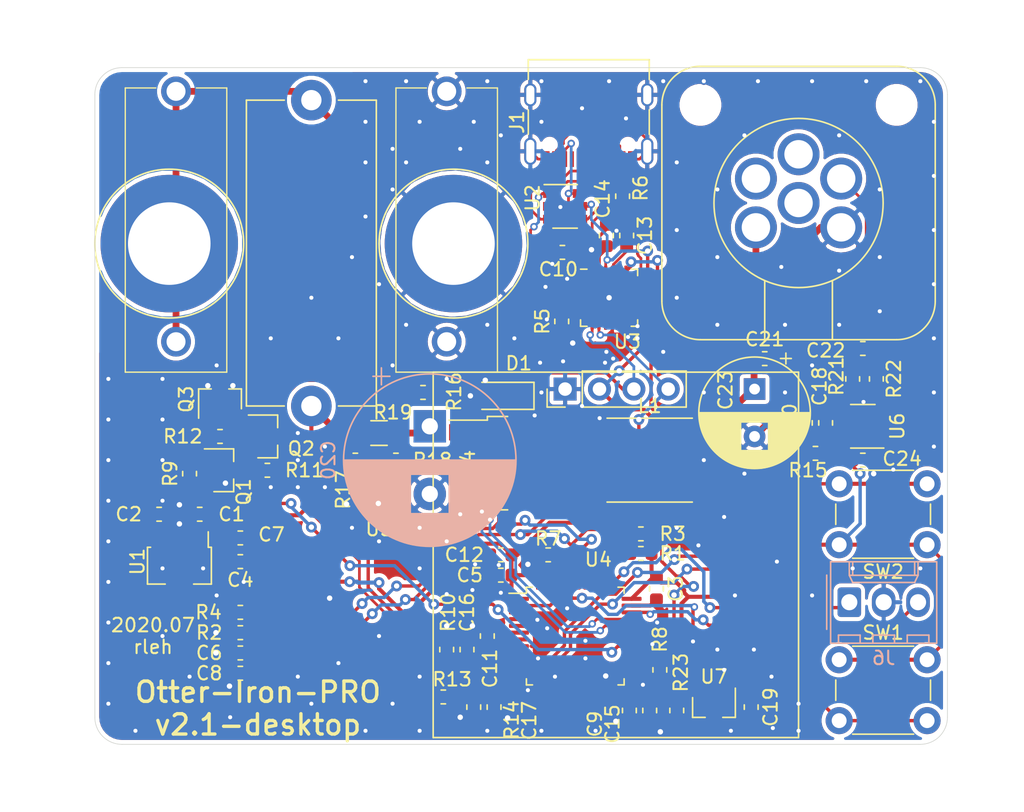
<source format=kicad_pcb>
(kicad_pcb (version 20171130) (host pcbnew 5.1.6-1.fc32)
  (layers (0 F.Cu signal) (31 B.Cu signal) (34 B.Paste user) (35 F.Paste user) (36 B.SilkS user) (37 F.SilkS user) (38 B.Mask user) (39 F.Mask user) (44 Edge.Cuts user))
  (net 0 "")
  (net 1 GND)
  (net 2 VBUS)
  (net 3 +3V3)
  (net 4 "Net-(C4-Pad2)")
  (net 5 "Net-(C4-Pad1)")
  (net 6 "Net-(C6-Pad1)")
  (net 7 "Net-(C7-Pad2)")
  (net 8 "Net-(C7-Pad1)")
  (net 9 "Net-(C8-Pad1)")
  (net 10 "Net-(C13-Pad2)")
  (net 11 "Net-(C14-Pad1)")
  (net 12 IIN)
  (net 13 UIN)
  (net 14 "Net-(C18-Pad2)")
  (net 15 "Net-(C18-Pad1)")
  (net 16 "Net-(C20-Pad1)")
  (net 17 "Net-(C21-Pad1)")
  (net 18 C245_JUNC)
  (net 19 "Net-(C22-Pad1)")
  (net 20 "Net-(D1-Pad1)")
  (net 21 CC2)
  (net 22 USB_P)
  (net 23 CC1)
  (net 24 USB_N)
  (net 25 OLED_SDA)
  (net 26 OLED_SCL)
  (net 27 "Net-(J5-Pad12)")
  (net 28 "Net-(J5-Pad9)")
  (net 29 SWDIO)
  (net 30 SWCLK)
  (net 31 "Net-(Q1-Pad3)")
  (net 32 "Net-(Q1-Pad1)")
  (net 33 "Net-(Q2-Pad2)")
  (net 34 "Net-(Q2-Pad1)")
  (net 35 "Net-(Q4-Pad1)")
  (net 36 "Net-(R5-Pad2)")
  (net 37 "Net-(R6-Pad2)")
  (net 38 SW2)
  (net 39 INT_N)
  (net 40 PWM)
  (net 41 TTIP)
  (net 42 "Net-(R17-Pad2)")
  (net 43 "Net-(R18-Pad1)")
  (net 44 "Net-(R22-Pad2)")
  (net 45 "Net-(R23-Pad2)")
  (net 46 TREF)
  (net 47 SW1)
  (net 48 VCC)
  (module Button_Switch_THT:SW_PUSH_6mm_H13mm (layer F.Cu) (at 208.5 95.25 180)
    (fp_text reference SW2 (at 3.25 -2) (layer F.SilkS))
    (fp_text value 6x6mm)
    (pad 1 thru_hole circle (at 6.5 0 270) (size 2 2) (drill 1.1) (layers *.Cu *.Mask) (net 3 +3V3))
    (pad 2 thru_hole circle (at 6.5 4.5 270) (size 2 2) (drill 1.1) (layers *.Cu *.Mask) (net 47 SW1))
    (pad 1 thru_hole circle (at 0 0 270) (size 2 2) (drill 1.1) (layers *.Cu *.Mask) (net 3 +3V3))
    (pad 2 thru_hole circle (at 0 4.5 270) (size 2 2) (drill 1.1) (layers *.Cu *.Mask) (net 47 SW1))
  )
  (module Button_Switch_THT:SW_PUSH_6mm_H13mm (layer F.Cu) (at 202 103.75)
    (fp_text reference SW1 (at 3.25 -2) (layer F.SilkS))
    (fp_text value 6x6mm)
    (pad 1 thru_hole circle (at 6.5 0 90) (size 2 2) (drill 1.1) (layers *.Cu *.Mask) (net 3 +3V3))
    (pad 2 thru_hole circle (at 6.5 4.5 90) (size 2 2) (drill 1.1) (layers *.Cu *.Mask) (net 38 SW2))
    (pad 1 thru_hole circle (at 0 0 90) (size 2 2) (drill 1.1) (layers *.Cu *.Mask) (net 3 +3V3))
    (pad 2 thru_hole circle (at 0 4.5 90) (size 2 2) (drill 1.1) (layers *.Cu *.Mask) (net 38 SW2))
  )
  (module Capacitor_SMD:C_0603_1608Metric (layer F.Cu) (at 203.75 89)
    (fp_text reference C24 (at 2.9 -0.1) (layer F.SilkS))
    (fp_text value 0.1μF)
    (pad 2 smd roundrect (at 0.7875 0) (size 0.875 0.95) (layers F.Cu F.Paste F.Mask) (net 1 GND))
    (pad 1 smd roundrect (at -0.7875 0) (size 0.875 0.95) (layers F.Cu F.Paste F.Mask) (net 3 +3V3))
  )
  (module Capacitor_THT:CP_Radial_D8.0mm_P3.50mm (layer F.Cu) (at 195.75 83.75 270)
    (fp_text reference C23 (at 0.1 2.15 90) (layer F.SilkS))
    (fp_text value DNP)
    (pad 2 thru_hole circle (at 3.5 0 270) (size 1.6 1.6) (drill 0.8) (layers *.Cu *.Mask) (net 1 GND))
    (pad 1 thru_hole rect (at 0 0 270) (size 1.6 1.6) (drill 0.8) (layers *.Cu *.Mask) (net 17 "Net-(C21-Pad1)"))
  )
  (module Capacitor_THT:CP_Radial_D12.5mm_P5.00mm (layer B.Cu) (at 171.75 86.5 270)
    (fp_text reference C20 (at 2.5 7.5 270) (layer B.SilkS) (effects (justify mirror)))
    (fp_text value 1000µF)
    (pad 2 thru_hole circle (at 5 0 270) (size 2.4 2.4) (drill 1.2) (layers *.Cu *.Mask) (net 1 GND))
    (pad 1 thru_hole rect (at 0 0 270) (size 2.4 2.4) (drill 1.2) (layers *.Cu *.Mask) (net 16 "Net-(C20-Pad1)"))
  )
  (module Connector:Banana_Jack_1Pin (layer F.Cu) (at 173.5 73)
    (fp_text reference J9 hide)
    (fp_text value GND)
    (pad 1 thru_hole circle (at 0 0) (size 10.16 10.16) (drill 6.1) (layers *.Cu *.Mask) (net 1 GND))
  )
  (module Connector:Banana_Jack_1Pin (layer F.Cu) (at 152.5 73)
    (fp_text reference J8 hide)
    (fp_text value +24V)
    (pad 1 thru_hole circle (at 0 0) (size 10.16 10.16) (drill 6.1) (layers *.Cu *.Mask) (net 2 VBUS))
  )
  (module 4mm-banana-test-jack:Test_Jack_4mm (layer F.Cu) (at 173 72 90)
    (fp_text reference J3 hide)
    (fp_text value GND)
    (pad 1 thru_hole circle (at -8.25 0 90) (size 2.2 2.2) (drill 1.4) (layers *.Cu *.Mask) (net 1 GND))
    (pad 1 thru_hole circle (at 10.25 0 90) (size 2.2 2.2) (drill 1.4) (layers *.Cu *.Mask) (net 1 GND))
  )
  (module 4mm-banana-test-jack:Test_Jack_4mm (layer F.Cu) (at 153 72 90)
    (fp_text reference J2 hide)
    (fp_text value +24V)
    (pad 1 thru_hole circle (at -8.25 0 90) (size 2.2 2.2) (drill 1.4) (layers *.Cu *.Mask) (net 2 VBUS))
    (pad 1 thru_hole circle (at 10.25 0 90) (size 2.2 2.2) (drill 1.4) (layers *.Cu *.Mask) (net 2 VBUS))
  )
  (module Package_TO_SOT_SMD:SOT-23 (layer F.Cu) (at 192.75 107.25 270)
    (fp_text reference U7 (at -2.25 0 180) (layer F.SilkS))
    (fp_text value MCP9700AT-ETT)
    (pad 3 smd rect (at 1 0 270) (size 0.9 0.8) (layers F.Cu F.Paste F.Mask) (net 1 GND))
    (pad 2 smd rect (at -1 0.95 270) (size 0.9 0.8) (layers F.Cu F.Paste F.Mask) (net 45 "Net-(R23-Pad2)"))
    (pad 1 smd rect (at -1 -0.95 270) (size 0.9 0.8) (layers F.Cu F.Paste F.Mask) (net 3 +3V3))
  )
  (module Package_TO_SOT_SMD:SOT-23-5 (layer F.Cu) (at 203.75 86.5 180)
    (fp_text reference U6 (at -2.55 0 90) (layer F.SilkS))
    (fp_text value OPA340NA)
    (pad 5 smd rect (at 1.1 -0.95 180) (size 1.06 0.65) (layers F.Cu F.Paste F.Mask) (net 3 +3V3))
    (pad 4 smd rect (at 1.1 0.95 180) (size 1.06 0.65) (layers F.Cu F.Paste F.Mask) (net 15 "Net-(C18-Pad1)"))
    (pad 3 smd rect (at -1.1 0.95 180) (size 1.06 0.65) (layers F.Cu F.Paste F.Mask) (net 44 "Net-(R22-Pad2)"))
    (pad 2 smd rect (at -1.1 0 180) (size 1.06 0.65) (layers F.Cu F.Paste F.Mask) (net 1 GND))
    (pad 1 smd rect (at -1.1 -0.95 180) (size 1.06 0.65) (layers F.Cu F.Paste F.Mask) (net 14 "Net-(C18-Pad2)"))
  )
  (module Package_TO_SOT_SMD:SOT-23-5 (layer F.Cu) (at 168 91.75)
    (fp_text reference U5 (at 0 2.35) (layer F.SilkS))
    (fp_text value SI8540)
    (pad 5 smd rect (at 1.1 -0.95) (size 1.06 0.65) (layers F.Cu F.Paste F.Mask) (net 43 "Net-(R18-Pad1)"))
    (pad 4 smd rect (at 1.1 0.95) (size 1.06 0.65) (layers F.Cu F.Paste F.Mask) (net 12 IIN))
    (pad 3 smd rect (at -1.1 0.95) (size 1.06 0.65) (layers F.Cu F.Paste F.Mask) (net 1 GND))
    (pad 2 smd rect (at -1.1 0) (size 1.06 0.65) (layers F.Cu F.Paste F.Mask) (net 1 GND))
    (pad 1 smd rect (at -1.1 -0.95) (size 1.06 0.65) (layers F.Cu F.Paste F.Mask) (net 42 "Net-(R17-Pad2)"))
  )
  (module Package_QFP:LQFP-48_7x7mm_P0.5mm (layer F.Cu) (at 182.5 102)
    (fp_text reference U4 (at 1.7 -5.65) (layer F.SilkS))
    (fp_text value STM32F072C8T6)
    (pad 48 smd roundrect (at -2.75 -4.1625) (size 0.3 1.475) (layers F.Cu F.Paste F.Mask) (net 3 +3V3))
    (pad 47 smd roundrect (at -2.25 -4.1625) (size 0.3 1.475) (layers F.Cu F.Paste F.Mask) (net 1 GND))
    (pad 46 smd roundrect (at -1.75 -4.1625) (size 0.3 1.475) (layers F.Cu F.Paste F.Mask))
    (pad 45 smd roundrect (at -1.25 -4.1625) (size 0.3 1.475) (layers F.Cu F.Paste F.Mask))
    (pad 44 smd roundrect (at -0.75 -4.1625) (size 0.3 1.475) (layers F.Cu F.Paste F.Mask) (net 38 SW2))
    (pad 43 smd roundrect (at -0.25 -4.1625) (size 0.3 1.475) (layers F.Cu F.Paste F.Mask) (net 25 OLED_SDA))
    (pad 42 smd roundrect (at 0.25 -4.1625) (size 0.3 1.475) (layers F.Cu F.Paste F.Mask) (net 26 OLED_SCL))
    (pad 41 smd roundrect (at 0.75 -4.1625) (size 0.3 1.475) (layers F.Cu F.Paste F.Mask))
    (pad 40 smd roundrect (at 1.25 -4.1625) (size 0.3 1.475) (layers F.Cu F.Paste F.Mask))
    (pad 39 smd roundrect (at 1.75 -4.1625) (size 0.3 1.475) (layers F.Cu F.Paste F.Mask))
    (pad 38 smd roundrect (at 2.25 -4.1625) (size 0.3 1.475) (layers F.Cu F.Paste F.Mask))
    (pad 37 smd roundrect (at 2.75 -4.1625) (size 0.3 1.475) (layers F.Cu F.Paste F.Mask) (net 30 SWCLK))
    (pad 36 smd roundrect (at 4.1625 -2.75) (size 1.475 0.3) (layers F.Cu F.Paste F.Mask) (net 3 +3V3))
    (pad 35 smd roundrect (at 4.1625 -2.25) (size 1.475 0.3) (layers F.Cu F.Paste F.Mask) (net 1 GND))
    (pad 34 smd roundrect (at 4.1625 -1.75) (size 1.475 0.3) (layers F.Cu F.Paste F.Mask) (net 29 SWDIO))
    (pad 33 smd roundrect (at 4.1625 -1.25) (size 1.475 0.3) (layers F.Cu F.Paste F.Mask) (net 22 USB_P))
    (pad 32 smd roundrect (at 4.1625 -0.75) (size 1.475 0.3) (layers F.Cu F.Paste F.Mask) (net 24 USB_N))
    (pad 31 smd roundrect (at 4.1625 -0.25) (size 1.475 0.3) (layers F.Cu F.Paste F.Mask))
    (pad 30 smd roundrect (at 4.1625 0.25) (size 1.475 0.3) (layers F.Cu F.Paste F.Mask))
    (pad 29 smd roundrect (at 4.1625 0.75) (size 1.475 0.3) (layers F.Cu F.Paste F.Mask) (net 40 PWM))
    (pad 28 smd roundrect (at 4.1625 1.25) (size 1.475 0.3) (layers F.Cu F.Paste F.Mask))
    (pad 27 smd roundrect (at 4.1625 1.75) (size 1.475 0.3) (layers F.Cu F.Paste F.Mask))
    (pad 26 smd roundrect (at 4.1625 2.25) (size 1.475 0.3) (layers F.Cu F.Paste F.Mask))
    (pad 25 smd roundrect (at 4.1625 2.75) (size 1.475 0.3) (layers F.Cu F.Paste F.Mask) (net 39 INT_N))
    (pad 24 smd roundrect (at 2.75 4.1625) (size 0.3 1.475) (layers F.Cu F.Paste F.Mask) (net 3 +3V3))
    (pad 23 smd roundrect (at 2.25 4.1625) (size 0.3 1.475) (layers F.Cu F.Paste F.Mask) (net 1 GND))
    (pad 22 smd roundrect (at 1.75 4.1625) (size 0.3 1.475) (layers F.Cu F.Paste F.Mask))
    (pad 21 smd roundrect (at 1.25 4.1625) (size 0.3 1.475) (layers F.Cu F.Paste F.Mask))
    (pad 20 smd roundrect (at 0.75 4.1625) (size 0.3 1.475) (layers F.Cu F.Paste F.Mask))
    (pad 19 smd roundrect (at 0.25 4.1625) (size 0.3 1.475) (layers F.Cu F.Paste F.Mask))
    (pad 18 smd roundrect (at -0.25 4.1625) (size 0.3 1.475) (layers F.Cu F.Paste F.Mask))
    (pad 17 smd roundrect (at -0.75 4.1625) (size 0.3 1.475) (layers F.Cu F.Paste F.Mask))
    (pad 16 smd roundrect (at -1.25 4.1625) (size 0.3 1.475) (layers F.Cu F.Paste F.Mask))
    (pad 15 smd roundrect (at -1.75 4.1625) (size 0.3 1.475) (layers F.Cu F.Paste F.Mask) (net 46 TREF))
    (pad 14 smd roundrect (at -2.25 4.1625) (size 0.3 1.475) (layers F.Cu F.Paste F.Mask))
    (pad 13 smd roundrect (at -2.75 4.1625) (size 0.3 1.475) (layers F.Cu F.Paste F.Mask) (net 47 SW1))
    (pad 12 smd roundrect (at -4.1625 2.75) (size 1.475 0.3) (layers F.Cu F.Paste F.Mask) (net 13 UIN))
    (pad 11 smd roundrect (at -4.1625 2.25) (size 1.475 0.3) (layers F.Cu F.Paste F.Mask) (net 41 TTIP))
    (pad 10 smd roundrect (at -4.1625 1.75) (size 1.475 0.3) (layers F.Cu F.Paste F.Mask) (net 12 IIN))
    (pad 9 smd roundrect (at -4.1625 1.25) (size 1.475 0.3) (layers F.Cu F.Paste F.Mask) (net 3 +3V3))
    (pad 8 smd roundrect (at -4.1625 0.75) (size 1.475 0.3) (layers F.Cu F.Paste F.Mask) (net 1 GND))
    (pad 7 smd roundrect (at -4.1625 0.25) (size 1.475 0.3) (layers F.Cu F.Paste F.Mask))
    (pad 6 smd roundrect (at -4.1625 -0.25) (size 1.475 0.3) (layers F.Cu F.Paste F.Mask))
    (pad 5 smd roundrect (at -4.1625 -0.75) (size 1.475 0.3) (layers F.Cu F.Paste F.Mask))
    (pad 4 smd roundrect (at -4.1625 -1.25) (size 1.475 0.3) (layers F.Cu F.Paste F.Mask))
    (pad 3 smd roundrect (at -4.1625 -1.75) (size 1.475 0.3) (layers F.Cu F.Paste F.Mask))
    (pad 2 smd roundrect (at -4.1625 -2.25) (size 1.475 0.3) (layers F.Cu F.Paste F.Mask) (net 38 SW2))
    (pad 1 smd roundrect (at -4.1625 -2.75) (size 1.475 0.3) (layers F.Cu F.Paste F.Mask) (net 3 +3V3))
  )
  (module Package_DFN_QFN:QFN-24-1EP_4x4mm_P0.5mm_EP2.7x2.7mm (layer F.Cu) (at 185 77)
    (fp_text reference U3 (at 1.35 3.25) (layer F.SilkS))
    (fp_text value STUSB4500QTR)
    (pad 25 smd rect (at 0 0) (size 2.7 2.7) (layers F.Cu F.Mask) (net 1 GND))
    (pad 24 smd roundrect (at -1.25 -1.9625) (size 0.25 0.825) (layers F.Cu F.Paste F.Mask) (net 2 VBUS))
    (pad 23 smd roundrect (at -0.75 -1.9625) (size 0.25 0.825) (layers F.Cu F.Paste F.Mask) (net 11 "Net-(C14-Pad1)"))
    (pad 22 smd roundrect (at -0.25 -1.9625) (size 0.25 0.825) (layers F.Cu F.Paste F.Mask) (net 3 +3V3))
    (pad 21 smd roundrect (at 0.25 -1.9625) (size 0.25 0.825) (layers F.Cu F.Paste F.Mask) (net 10 "Net-(C13-Pad2)"))
    (pad 20 smd roundrect (at 0.75 -1.9625) (size 0.25 0.825) (layers F.Cu F.Paste F.Mask))
    (pad 19 smd roundrect (at 1.25 -1.9625) (size 0.25 0.825) (layers F.Cu F.Paste F.Mask) (net 39 INT_N))
    (pad 18 smd roundrect (at 1.9625 -1.25) (size 0.825 0.25) (layers F.Cu F.Paste F.Mask) (net 37 "Net-(R6-Pad2)"))
    (pad 17 smd roundrect (at 1.9625 -0.75) (size 0.825 0.25) (layers F.Cu F.Paste F.Mask))
    (pad 16 smd roundrect (at 1.9625 -0.25) (size 0.825 0.25) (layers F.Cu F.Paste F.Mask))
    (pad 15 smd roundrect (at 1.9625 0.25) (size 0.825 0.25) (layers F.Cu F.Paste F.Mask))
    (pad 14 smd roundrect (at 1.9625 0.75) (size 0.825 0.25) (layers F.Cu F.Paste F.Mask))
    (pad 13 smd roundrect (at 1.9625 1.25) (size 0.825 0.25) (layers F.Cu F.Paste F.Mask) (net 1 GND))
    (pad 12 smd roundrect (at 1.25 1.9625) (size 0.25 0.825) (layers F.Cu F.Paste F.Mask) (net 1 GND))
    (pad 11 smd roundrect (at 0.75 1.9625) (size 0.25 0.825) (layers F.Cu F.Paste F.Mask))
    (pad 10 smd roundrect (at 0.25 1.9625) (size 0.25 0.825) (layers F.Cu F.Paste F.Mask) (net 1 GND))
    (pad 9 smd roundrect (at -0.25 1.9625) (size 0.25 0.825) (layers F.Cu F.Paste F.Mask))
    (pad 8 smd roundrect (at -0.75 1.9625) (size 0.25 0.825) (layers F.Cu F.Paste F.Mask) (net 25 OLED_SDA))
    (pad 7 smd roundrect (at -1.25 1.9625) (size 0.25 0.825) (layers F.Cu F.Paste F.Mask) (net 26 OLED_SCL))
    (pad 6 smd roundrect (at -1.9625 1.25) (size 0.825 0.25) (layers F.Cu F.Paste F.Mask) (net 36 "Net-(R5-Pad2)"))
    (pad 5 smd roundrect (at -1.9625 0.75) (size 0.825 0.25) (layers F.Cu F.Paste F.Mask) (net 21 CC2))
    (pad 4 smd roundrect (at -1.9625 0.25) (size 0.825 0.25) (layers F.Cu F.Paste F.Mask) (net 21 CC2))
    (pad 3 smd roundrect (at -1.9625 -0.25) (size 0.825 0.25) (layers F.Cu F.Paste F.Mask))
    (pad 2 smd roundrect (at -1.9625 -0.75) (size 0.825 0.25) (layers F.Cu F.Paste F.Mask) (net 23 CC1))
    (pad 1 smd roundrect (at -1.9625 -1.25) (size 0.825 0.25) (layers F.Cu F.Paste F.Mask) (net 23 CC1))
  )
  (module Package_TO_SOT_SMD:SOT-23-6 (layer F.Cu) (at 181.75 70.25)
    (fp_text reference U2 (at -2.4 -0.625 90) (layer F.SilkS))
    (fp_text value USBLC6-4SC6)
    (pad 5 smd rect (at 1.1 0) (size 1.06 0.65) (layers F.Cu F.Paste F.Mask) (net 3 +3V3))
    (pad 6 smd rect (at 1.1 -0.95) (size 1.06 0.65) (layers F.Cu F.Paste F.Mask) (net 21 CC2))
    (pad 4 smd rect (at 1.1 0.95) (size 1.06 0.65) (layers F.Cu F.Paste F.Mask) (net 23 CC1))
    (pad 3 smd rect (at -1.1 0.95) (size 1.06 0.65) (layers F.Cu F.Paste F.Mask) (net 22 USB_P))
    (pad 2 smd rect (at -1.1 0) (size 1.06 0.65) (layers F.Cu F.Paste F.Mask) (net 1 GND))
    (pad 1 smd rect (at -1.1 -0.95) (size 1.06 0.65) (layers F.Cu F.Paste F.Mask) (net 24 USB_N))
  )
  (module Package_TO_SOT_SMD:SOT-89-3 (layer F.Cu) (at 153.25 96.5 270)
    (fp_text reference U1 (at 0 3.1 90) (layer F.SilkS))
    (fp_text value AP2204R-3.3)
    (pad 2 smd custom (at -1.5625 0 270) (size 1.475 0.9) (layers F.Cu F.Paste F.Mask) (net 1 GND) (options (clearance outline) (anchor rect)) (primitives (gr_poly (pts (xy 0.7375 -0.8665) (xy 3.8625 -0.8665) (xy 3.8625 0.8665) (xy 0.7375 0.8665)) (width 0))))
    (pad 3 smd rect (at -1.65 1.5 270) (size 1.3 0.9) (layers F.Cu F.Paste F.Mask) (net 3 +3V3))
    (pad 1 smd rect (at -1.65 -1.5 270) (size 1.3 0.9) (layers F.Cu F.Paste F.Mask) (net 48 VCC))
  )
  (module Resistor_SMD:R_0603_1608Metric (layer F.Cu) (at 190 107.5 90)
    (fp_text reference R23 (at 2.8 0.3 90) (layer F.SilkS))
    (fp_text value 2k37)
    (pad 2 smd roundrect (at 0.7875 0 90) (size 0.875 0.95) (layers F.Cu F.Paste F.Mask) (net 45 "Net-(R23-Pad2)"))
    (pad 1 smd roundrect (at -0.7875 0 90) (size 0.875 0.95) (layers F.Cu F.Paste F.Mask) (net 46 TREF))
  )
  (module Resistor_SMD:R_0603_1608Metric (layer F.Cu) (at 204.75 83 270)
    (fp_text reference R22 (at 0 -1.3 90) (layer F.SilkS))
    (fp_text value 100k)
    (pad 2 smd roundrect (at 0.7875 0 270) (size 0.875 0.95) (layers F.Cu F.Paste F.Mask) (net 44 "Net-(R22-Pad2)"))
    (pad 1 smd roundrect (at -0.7875 0 270) (size 0.875 0.95) (layers F.Cu F.Paste F.Mask) (net 18 C245_JUNC))
  )
  (module Resistor_SMD:R_0603_1608Metric (layer F.Cu) (at 203 83 270)
    (fp_text reference R21 (at -0.2 1.2 90) (layer F.SilkS))
    (fp_text value 2k37)
    (pad 2 smd roundrect (at 0.7875 0 270) (size 0.875 0.95) (layers F.Cu F.Paste F.Mask) (net 15 "Net-(C18-Pad1)"))
    (pad 1 smd roundrect (at -0.7875 0 270) (size 0.875 0.95) (layers F.Cu F.Paste F.Mask) (net 19 "Net-(C22-Pad1)"))
  )
  (module Resistor_SMD:R_0603_1608Metric (layer F.Cu) (at 199.5 86.25 270)
    (fp_text reference R20 (at 0 1.15 90) (layer F.SilkS))
    (fp_text value 750k)
    (pad 2 smd roundrect (at 0.7875 0 270) (size 0.875 0.95) (layers F.Cu F.Paste F.Mask) (net 14 "Net-(C18-Pad2)"))
    (pad 1 smd roundrect (at -0.7875 0 270) (size 0.875 0.95) (layers F.Cu F.Paste F.Mask) (net 15 "Net-(C18-Pad1)"))
  )
  (module Resistor_SMD:R_1206_3216Metric (layer F.Cu) (at 168 87)
    (fp_text reference R19 (at 1.025 -1.525) (layer F.SilkS))
    (fp_text value 10m)
    (pad 2 smd roundrect (at 1.4 0) (size 1.25 1.75) (layers F.Cu F.Paste F.Mask) (roundrect_rratio 0.2) (net 16 "Net-(C20-Pad1)"))
    (pad 1 smd roundrect (at -1.4 0) (size 1.25 1.75) (layers F.Cu F.Paste F.Mask) (roundrect_rratio 0.2) (net 48 VCC))
  )
  (module Resistor_SMD:R_0603_1608Metric (layer F.Cu) (at 169.25 89)
    (fp_text reference R18 (at 2.7 0) (layer F.SilkS))
    (fp_text value 33)
    (pad 2 smd roundrect (at 0.7875 0) (size 0.875 0.95) (layers F.Cu F.Paste F.Mask) (net 16 "Net-(C20-Pad1)"))
    (pad 1 smd roundrect (at -0.7875 0) (size 0.875 0.95) (layers F.Cu F.Paste F.Mask) (net 43 "Net-(R18-Pad1)"))
  )
  (module Resistor_SMD:R_0603_1608Metric (layer F.Cu) (at 166.25 89)
    (fp_text reference R17 (at -0.9 2.2 90) (layer F.SilkS))
    (fp_text value 33)
    (pad 2 smd roundrect (at 0.7875 0) (size 0.875 0.95) (layers F.Cu F.Paste F.Mask) (net 42 "Net-(R17-Pad2)"))
    (pad 1 smd roundrect (at -0.7875 0) (size 0.875 0.95) (layers F.Cu F.Paste F.Mask) (net 48 VCC))
  )
  (module Resistor_SMD:R_0603_1608Metric (layer F.Cu) (at 171.25 84)
    (fp_text reference R16 (at 2.3 -0.05 90) (layer F.SilkS))
    (fp_text value 33)
    (pad 2 smd roundrect (at 0.7875 0) (size 0.875 0.95) (layers F.Cu F.Paste F.Mask) (net 35 "Net-(Q4-Pad1)"))
    (pad 1 smd roundrect (at -0.7875 0) (size 0.875 0.95) (layers F.Cu F.Paste F.Mask) (net 33 "Net-(Q2-Pad2)"))
  )
  (module Resistor_SMD:R_0603_1608Metric (layer F.Cu) (at 200.25 88.5 180)
    (fp_text reference R15 (at 0.55 -1.25) (layer F.SilkS))
    (fp_text value 2k37)
    (pad 2 smd roundrect (at 0.7875 0 180) (size 0.875 0.95) (layers F.Cu F.Paste F.Mask) (net 41 TTIP))
    (pad 1 smd roundrect (at -0.7875 0 180) (size 0.875 0.95) (layers F.Cu F.Paste F.Mask) (net 14 "Net-(C18-Pad2)"))
  )
  (module Resistor_SMD:R_0603_1608Metric (layer F.Cu) (at 175 107.25 270)
    (fp_text reference R14 (at 0.95 -2.8 90) (layer F.SilkS))
    (fp_text value 100k)
    (pad 2 smd roundrect (at 0.7875 0 270) (size 0.875 0.95) (layers F.Cu F.Paste F.Mask) (net 1 GND))
    (pad 1 smd roundrect (at -0.7875 0 270) (size 0.875 0.95) (layers F.Cu F.Paste F.Mask) (net 13 UIN))
  )
  (module Resistor_SMD:R_0603_1608Metric (layer F.Cu) (at 172.75 106.5)
    (fp_text reference R13 (at 0.65 -1.3) (layer F.SilkS))
    (fp_text value 560k)
    (pad 2 smd roundrect (at 0.7875 0) (size 0.875 0.95) (layers F.Cu F.Paste F.Mask) (net 13 UIN))
    (pad 1 smd roundrect (at -0.7875 0) (size 0.875 0.95) (layers F.Cu F.Paste F.Mask) (net 48 VCC))
  )
  (module Resistor_SMD:R_0603_1608Metric (layer F.Cu) (at 156.25 87.25 180)
    (fp_text reference R12 (at 2.75 0) (layer F.SilkS))
    (fp_text value 2k37)
    (pad 2 smd roundrect (at 0.7875 0 180) (size 0.875 0.95) (layers F.Cu F.Paste F.Mask) (net 34 "Net-(Q2-Pad1)"))
    (pad 1 smd roundrect (at -0.7875 0 180) (size 0.875 0.95) (layers F.Cu F.Paste F.Mask) (net 31 "Net-(Q1-Pad3)"))
  )
  (module Resistor_SMD:R_0603_1608Metric (layer F.Cu) (at 159.75 89.75 180)
    (fp_text reference R11 (at -2.75 0) (layer F.SilkS))
    (fp_text value 2k37)
    (pad 2 smd roundrect (at 0.7875 0 180) (size 0.875 0.95) (layers F.Cu F.Paste F.Mask) (net 31 "Net-(Q1-Pad3)"))
    (pad 1 smd roundrect (at -0.7875 0 180) (size 0.875 0.95) (layers F.Cu F.Paste F.Mask) (net 16 "Net-(C20-Pad1)"))
  )
  (module Resistor_SMD:R_0603_1608Metric (layer F.Cu) (at 173 103 90)
    (fp_text reference R10 (at 2.75 0.1 90) (layer F.SilkS))
    (fp_text value 2k37)
    (pad 2 smd roundrect (at 0.7875 0 90) (size 0.875 0.95) (layers F.Cu F.Paste F.Mask) (net 1 GND))
    (pad 1 smd roundrect (at -0.7875 0 90) (size 0.875 0.95) (layers F.Cu F.Paste F.Mask) (net 12 IIN))
  )
  (module Resistor_SMD:R_0603_1608Metric (layer F.Cu) (at 154 90 90)
    (fp_text reference R9 (at 0 -1.43 90) (layer F.SilkS))
    (fp_text value 2k37)
    (pad 2 smd roundrect (at 0.7875 0 90) (size 0.875 0.95) (layers F.Cu F.Paste F.Mask) (net 32 "Net-(Q1-Pad1)"))
    (pad 1 smd roundrect (at -0.7875 0 90) (size 0.875 0.95) (layers F.Cu F.Paste F.Mask) (net 40 PWM))
  )
  (module Resistor_SMD:R_0603_1608Metric (layer F.Cu) (at 188.75 104.5 270)
    (fp_text reference R8 (at -2.25 0 90) (layer F.SilkS))
    (fp_text value 2k37)
    (pad 2 smd roundrect (at 0.7875 0 270) (size 0.875 0.95) (layers F.Cu F.Paste F.Mask) (net 3 +3V3))
    (pad 1 smd roundrect (at -0.7875 0 270) (size 0.875 0.95) (layers F.Cu F.Paste F.Mask) (net 39 INT_N))
  )
  (module Resistor_SMD:R_0603_1608Metric (layer F.Cu) (at 180.5 96)
    (fp_text reference R7 (at 0 -1.2) (layer F.SilkS))
    (fp_text value 2k37)
    (pad 2 smd roundrect (at 0.7875 0) (size 0.875 0.95) (layers F.Cu F.Paste F.Mask) (net 38 SW2))
    (pad 1 smd roundrect (at -0.7875 0) (size 0.875 0.95) (layers F.Cu F.Paste F.Mask) (net 1 GND))
  )
  (module Resistor_SMD:R_0603_1608Metric (layer F.Cu) (at 186 69.5 270)
    (fp_text reference R6 (at -0.6 -1.325 90) (layer F.SilkS))
    (fp_text value 2k37)
    (pad 2 smd roundrect (at 0.7875 0 270) (size 0.875 0.95) (layers F.Cu F.Paste F.Mask) (net 37 "Net-(R6-Pad2)"))
    (pad 1 smd roundrect (at -0.7875 0 270) (size 0.875 0.95) (layers F.Cu F.Paste F.Mask) (net 2 VBUS))
  )
  (module Resistor_SMD:R_0603_1608Metric (layer F.Cu) (at 181.5 78.75 90)
    (fp_text reference R5 (at 0 -1.43 90) (layer F.SilkS))
    (fp_text value 2k37)
    (pad 2 smd roundrect (at 0.7875 0 90) (size 0.875 0.95) (layers F.Cu F.Paste F.Mask) (net 36 "Net-(R5-Pad2)"))
    (pad 1 smd roundrect (at -0.7875 0 90) (size 0.875 0.95) (layers F.Cu F.Paste F.Mask) (net 1 GND))
  )
  (module Resistor_SMD:R_0603_1608Metric (layer F.Cu) (at 157.75 100.25 180)
    (fp_text reference R4 (at 2.35 0) (layer F.SilkS))
    (fp_text value 2k37)
    (pad 2 smd roundrect (at 0.7875 0 180) (size 0.875 0.95) (layers F.Cu F.Paste F.Mask) (net 3 +3V3))
    (pad 1 smd roundrect (at -0.7875 0 180) (size 0.875 0.95) (layers F.Cu F.Paste F.Mask) (net 28 "Net-(J5-Pad9)"))
  )
  (module Resistor_SMD:R_0603_1608Metric (layer F.Cu) (at 187.35 94.45)
    (fp_text reference R3 (at 2.35 0) (layer F.SilkS))
    (fp_text value 2k37)
    (pad 2 smd roundrect (at 0.7875 0) (size 0.875 0.95) (layers F.Cu F.Paste F.Mask) (net 3 +3V3))
    (pad 1 smd roundrect (at -0.7875 0) (size 0.875 0.95) (layers F.Cu F.Paste F.Mask) (net 25 OLED_SDA))
  )
  (module Resistor_SMD:R_0603_1608Metric (layer F.Cu) (at 157.75 101.75 180)
    (fp_text reference R2 (at 2.3 0) (layer F.SilkS))
    (fp_text value 560k)
    (pad 2 smd roundrect (at 0.7875 0 180) (size 0.875 0.95) (layers F.Cu F.Paste F.Mask) (net 1 GND))
    (pad 1 smd roundrect (at -0.7875 0 180) (size 0.875 0.95) (layers F.Cu F.Paste F.Mask) (net 27 "Net-(J5-Pad12)"))
  )
  (module Resistor_SMD:R_0603_1608Metric (layer F.Cu) (at 187.35 95.9)
    (fp_text reference R1 (at 2.35 0) (layer F.SilkS))
    (fp_text value 2k37)
    (pad 2 smd roundrect (at 0.7875 0) (size 0.875 0.95) (layers F.Cu F.Paste F.Mask) (net 3 +3V3))
    (pad 1 smd roundrect (at -0.7875 0) (size 0.875 0.95) (layers F.Cu F.Paste F.Mask) (net 26 OLED_SCL))
  )
  (module Package_TO_SOT_SMD:TO-252-2 (layer F.Cu) (at 178.475 89.225)
    (fp_text reference Q4 (at -3.9 0.025 90) (layer F.SilkS))
    (fp_text value "NCE40P70K or DMP4015SK3Q-13 or IPD50P04P4L11ATMA1")
    (pad 2 smd rect (at 2.1 0) (size 6.4 5.8) (layers F.Cu F.Mask) (net 20 "Net-(D1-Pad1)"))
    (pad 3 smd rect (at -4.2 2.28) (size 2.2 1.2) (layers F.Cu F.Paste F.Mask) (net 16 "Net-(C20-Pad1)"))
    (pad 1 smd rect (at -4.2 -2.28) (size 2.2 1.2) (layers F.Cu F.Paste F.Mask) (net 35 "Net-(Q4-Pad1)"))
  )
  (module Package_TO_SOT_SMD:SOT-23 (layer F.Cu) (at 156.25 84.5 90)
    (fp_text reference Q3 (at 0 -2.5 90) (layer F.SilkS))
    (fp_text value "BC807 or MMBT5401")
    (pad 3 smd rect (at 1 0 90) (size 0.9 0.8) (layers F.Cu F.Paste F.Mask) (net 1 GND))
    (pad 2 smd rect (at -1 0.95 90) (size 0.9 0.8) (layers F.Cu F.Paste F.Mask) (net 33 "Net-(Q2-Pad2)"))
    (pad 1 smd rect (at -1 -0.95 90) (size 0.9 0.8) (layers F.Cu F.Paste F.Mask) (net 34 "Net-(Q2-Pad1)"))
  )
  (module Package_TO_SOT_SMD:SOT-23 (layer F.Cu) (at 159.75 87.25)
    (fp_text reference Q2 (at 2.5 0.9) (layer F.SilkS))
    (fp_text value SS8050)
    (pad 3 smd rect (at 1 0) (size 0.9 0.8) (layers F.Cu F.Paste F.Mask) (net 16 "Net-(C20-Pad1)"))
    (pad 2 smd rect (at -1 0.95) (size 0.9 0.8) (layers F.Cu F.Paste F.Mask) (net 33 "Net-(Q2-Pad2)"))
    (pad 1 smd rect (at -1 -0.95) (size 0.9 0.8) (layers F.Cu F.Paste F.Mask) (net 34 "Net-(Q2-Pad1)"))
  )
  (module Package_TO_SOT_SMD:SOT-23 (layer F.Cu) (at 156.5 89.75)
    (fp_text reference Q1 (at 1.5 1.6 90) (layer F.SilkS))
    (fp_text value SS8050)
    (pad 3 smd rect (at 1 0) (size 0.9 0.8) (layers F.Cu F.Paste F.Mask) (net 31 "Net-(Q1-Pad3)"))
    (pad 2 smd rect (at -1 0.95) (size 0.9 0.8) (layers F.Cu F.Paste F.Mask) (net 1 GND))
    (pad 1 smd rect (at -1 -0.95) (size 0.9 0.8) (layers F.Cu F.Paste F.Mask) (net 32 "Net-(Q1-Pad1)"))
  )
  (module NetTie:NetTie-2_SMD_Pad0.5mm (layer F.Cu) (at 203.5 73.7 90)
    (fp_text reference NT1 hide)
    (fp_text value JUNC_N)
    (fp_poly (pts (xy -0.5 -0.25) (xy 0.5 -0.25) (xy 0.5 0.25) (xy -0.5 0.25)) (layer F.Cu) (width 0))
    (pad 2 smd circle (at 0.5 0 90) (size 0.5 0.5) (layers F.Cu) (net 1 GND))
    (pad 1 smd circle (at -0.5 0 90) (size 0.5 0.5) (layers F.Cu) (net 19 "Net-(C22-Pad1)"))
  )
  (module Inductor_SMD:L_Taiyo-Yuden_NR-60xx (layer F.Cu) (at 188 89)
    (fp_text reference L1 (at 0 -4) (layer F.SilkS))
    (fp_text value "4.7u; e.g. SNR6045K-4R7N")
    (pad 2 smd rect (at 2.35 0) (size 1.6 5.9) (layers F.Cu F.Paste F.Mask) (net 17 "Net-(C21-Pad1)"))
    (pad 1 smd rect (at -2.35 0) (size 1.6 5.9) (layers F.Cu F.Paste F.Mask) (net 20 "Net-(D1-Pad1)"))
  )
  (module "C245:RPC1-12RB-6P(71)" (layer F.Cu) (at 199 70 90)
    (fp_text reference J7 hide)
    (fp_text value C245 hide)
    (pad 6 thru_hole circle (at 0 0 90) (size 3.1 3.1) (drill 2.1) (layers *.Cu *.Mask))
    (pad 3 thru_hole circle (at 3.6 0 90) (size 3.1 3.1) (drill 2.1) (layers *.Cu *.Mask))
    (pad 4 thru_hole circle (at 1.8 -3.15 90) (size 3.1 3.1) (drill 2.1) (layers *.Cu *.Mask))
    (pad 5 thru_hole circle (at -1.8 -3.15 90) (size 3.1 3.1) (drill 2.1) (layers *.Cu *.Mask) (net 17 "Net-(C21-Pad1)"))
    (pad 2 thru_hole circle (at 1.8 3.15 90) (size 3.1 3.1) (drill 2.1) (layers *.Cu *.Mask) (net 18 C245_JUNC))
    (pad 1 thru_hole circle (at -1.8 3.15 90) (size 3.1 3.1) (drill 2.1) (layers *.Cu *.Mask) (net 1 GND))
    (pad "" np_thru_hole circle (at 7.25 -7.25 90) (size 2.5 2.5) (drill 2.5) (layers *.Cu *.Mask))
    (pad "" np_thru_hole circle (at 7.25 7.25 90) (size 2.5 2.5) (drill 2.5) (layers *.Cu *.Mask))
  )
  (module Connector_Molex:Molex_KK-254_AE-6410-03A_1x03_P2.54mm_Vertical (layer B.Cu) (at 202.75 99.5)
    (fp_text reference J6 (at 2.54 4.12) (layer B.SilkS) (effects (justify mirror)))
    (fp_text value SWD)
    (pad 3 thru_hole oval (at 5.08 0) (size 1.74 2.19) (drill 1.19) (layers *.Cu *.Mask) (net 29 SWDIO))
    (pad 2 thru_hole oval (at 2.54 0) (size 1.74 2.19) (drill 1.19) (layers *.Cu *.Mask) (net 1 GND))
    (pad 1 thru_hole roundrect (at 0 0) (size 1.74 2.19) (drill 1.19) (layers *.Cu *.Mask) (roundrect_rratio 0.143678) (net 30 SWCLK))
  )
  (module OLED_SSD1306_14pin:OLED_SSD1306_14pin (layer F.Cu) (at 161.5 99.5 270)
    (fp_text reference J5 hide)
    (fp_text value OLED_64x32)
    (pad 14 smd rect (at 3.94 0 270) (size 0.32 4) (layers F.Cu F.Paste F.Mask) (net 9 "Net-(C8-Pad1)"))
    (pad 13 smd rect (at 3.333836 0 270) (size 0.32 4) (layers F.Cu F.Paste F.Mask) (net 6 "Net-(C6-Pad1)"))
    (pad 12 smd rect (at 2.727683 0 270) (size 0.32 4) (layers F.Cu F.Paste F.Mask) (net 27 "Net-(J5-Pad12)"))
    (pad 11 smd rect (at 2.12153 0 270) (size 0.32 4) (layers F.Cu F.Paste F.Mask) (net 25 OLED_SDA))
    (pad 10 smd rect (at 1.515377 0 270) (size 0.32 4) (layers F.Cu F.Paste F.Mask) (net 26 OLED_SCL))
    (pad 9 smd rect (at 0.909224 0 270) (size 0.32 4) (layers F.Cu F.Paste F.Mask) (net 28 "Net-(J5-Pad9)"))
    (pad 8 smd rect (at 0.303071 0 270) (size 0.32 4) (layers F.Cu F.Paste F.Mask) (net 3 +3V3))
    (pad 7 smd rect (at -0.303082 0 270) (size 0.32 4) (layers F.Cu F.Paste F.Mask) (net 1 GND))
    (pad 6 smd rect (at -0.909235 0 270) (size 0.32 4) (layers F.Cu F.Paste F.Mask))
    (pad 5 smd rect (at -1.515388 0 270) (size 0.32 4) (layers F.Cu F.Paste F.Mask) (net 3 +3V3))
    (pad 4 smd rect (at -2.121541 0 270) (size 0.32 4) (layers F.Cu F.Paste F.Mask) (net 4 "Net-(C4-Pad2)"))
    (pad 3 smd rect (at -2.727694 0 270) (size 0.32 4) (layers F.Cu F.Paste F.Mask) (net 5 "Net-(C4-Pad1)"))
    (pad 2 smd rect (at -3.333847 0 270) (size 0.32 4) (layers F.Cu F.Paste F.Mask) (net 8 "Net-(C7-Pad1)"))
    (pad 1 smd rect (at -3.94 0 270) (size 0.32 4) (layers F.Cu F.Paste F.Mask) (net 7 "Net-(C7-Pad2)"))
  )
  (module Connector_PinHeader_2.54mm:PinHeader_1x04_P2.54mm_Vertical (layer F.Cu) (at 181.75 83.75 90)
    (fp_text reference J4 hide)
    (fp_text value SSD1306)
    (pad 4 thru_hole oval (at 0 7.62 90) (size 1.7 1.7) (drill 1) (layers *.Cu *.Mask) (net 25 OLED_SDA))
    (pad 3 thru_hole oval (at 0 5.08 90) (size 1.7 1.7) (drill 1) (layers *.Cu *.Mask) (net 26 OLED_SCL))
    (pad 2 thru_hole oval (at 0 2.54 90) (size 1.7 1.7) (drill 1) (layers *.Cu *.Mask) (net 3 +3V3))
    (pad 1 thru_hole rect (at 0 0 90) (size 1.7 1.7) (drill 1) (layers *.Cu *.Mask) (net 1 GND))
  )
  (module Connector_USB:USB_C_Receptacle_Palconn_UTC16-G (layer F.Cu) (at 183.5 64.25 180)
    (fp_text reference J1 (at 5.3 0.225 90) (layer F.SilkS))
    (fp_text value C167321)
    (pad A12 smd rect (at 3.2 -2.51 180) (size 0.6 1.16) (layers F.Cu F.Paste F.Mask) (net 1 GND))
    (pad A9 smd rect (at 2.4 -2.51 180) (size 0.6 1.16) (layers F.Cu F.Paste F.Mask) (net 2 VBUS))
    (pad B1 smd rect (at 3.2 -2.51 180) (size 0.6 1.16) (layers F.Cu F.Paste F.Mask) (net 1 GND))
    (pad B4 smd rect (at 2.4 -2.51 180) (size 0.6 1.16) (layers F.Cu F.Paste F.Mask) (net 2 VBUS))
    (pad B12 smd rect (at -3.2 -2.51 180) (size 0.6 1.16) (layers F.Cu F.Paste F.Mask) (net 1 GND))
    (pad A1 smd rect (at -3.2 -2.51 180) (size 0.6 1.16) (layers F.Cu F.Paste F.Mask) (net 1 GND))
    (pad B9 smd rect (at -2.4 -2.51 180) (size 0.6 1.16) (layers F.Cu F.Paste F.Mask) (net 2 VBUS))
    (pad A4 smd rect (at -2.4 -2.51 180) (size 0.6 1.16) (layers F.Cu F.Paste F.Mask) (net 2 VBUS))
    (pad "" np_thru_hole circle (at -2.89 -1.45) (size 0.6 0.6) (drill 0.6) (layers *.Cu *.Mask))
    (pad "" np_thru_hole circle (at 2.89 -1.45) (size 0.6 0.6) (drill 0.6) (layers *.Cu *.Mask))
    (pad B5 smd rect (at 1.75 -2.51) (size 0.3 1.16) (layers F.Cu F.Paste F.Mask) (net 21 CC2))
    (pad B6 smd rect (at 0.75 -2.51) (size 0.3 1.16) (layers F.Cu F.Paste F.Mask) (net 22 USB_P))
    (pad A8 smd rect (at 1.25 -2.51) (size 0.3 1.16) (layers F.Cu F.Paste F.Mask))
    (pad A5 smd rect (at -1.25 -2.51) (size 0.3 1.16) (layers F.Cu F.Paste F.Mask) (net 23 CC1))
    (pad B8 smd rect (at -1.75 -2.51) (size 0.3 1.16) (layers F.Cu F.Paste F.Mask))
    (pad A7 smd rect (at 0.25 -2.51) (size 0.3 1.16) (layers F.Cu F.Paste F.Mask) (net 24 USB_N))
    (pad A6 smd rect (at -0.25 -2.51) (size 0.3 1.16) (layers F.Cu F.Paste F.Mask) (net 22 USB_P))
    (pad B7 smd rect (at -0.75 -2.51) (size 0.3 1.16) (layers F.Cu F.Paste F.Mask) (net 24 USB_N))
    (pad S1 thru_hole oval (at 4.32 2.24 270) (size 1.7 0.9) (drill oval 1.4 0.6) (layers *.Cu *.Mask) (net 1 GND))
    (pad S1 thru_hole oval (at -4.32 2.24 270) (size 1.7 0.9) (drill oval 1.4 0.6) (layers *.Cu *.Mask) (net 1 GND))
    (pad S1 thru_hole oval (at 4.32 -1.93 270) (size 2 0.9) (drill oval 1.7 0.6) (layers *.Cu *.Mask) (net 1 GND))
    (pad S1 thru_hole oval (at -4.32 -1.93 270) (size 2 0.9) (drill oval 1.7 0.6) (layers *.Cu *.Mask) (net 1 GND))
  )
  (module Fuse:Fuseholder_Cylinder-5x20mm_Stelvio-Kontek_PTF78_Horizontal_Open (layer F.Cu) (at 163 85 90)
    (fp_text reference F1 hide)
    (fp_text value C58066)
    (pad 2 thru_hole circle (at 22.6 0 90) (size 3 3) (drill 1.5) (layers *.Cu *.Mask) (net 2 VBUS))
    (pad 1 thru_hole circle (at 0 0 90) (size 3 3) (drill 1.5) (layers *.Cu *.Mask) (net 48 VCC))
  )
  (module Diode_SMD:D_SOD-123F (layer F.Cu) (at 177.25 84.25 180)
    (fp_text reference D1 (at -1.075 2.4 180) (layer F.SilkS))
    (fp_text value "B140-E3 or MBR340F")
    (pad 2 smd rect (at 1.4 0 180) (size 1.1 1.1) (layers F.Cu F.Paste F.Mask) (net 1 GND))
    (pad 1 smd rect (at -1.4 0 180) (size 1.1 1.1) (layers F.Cu F.Paste F.Mask) (net 20 "Net-(D1-Pad1)"))
  )
  (module Capacitor_SMD:C_0603_1608Metric (layer F.Cu) (at 203.75 80.75)
    (fp_text reference C22 (at -2.75 0.15) (layer F.SilkS))
    (fp_text value DNP)
    (pad 2 smd roundrect (at 0.7875 0) (size 0.875 0.95) (layers F.Cu F.Paste F.Mask) (net 18 C245_JUNC))
    (pad 1 smd roundrect (at -0.7875 0) (size 0.875 0.95) (layers F.Cu F.Paste F.Mask) (net 19 "Net-(C22-Pad1)"))
  )
  (module Capacitor_SMD:C_0603_1608Metric (layer F.Cu) (at 196.5 81.5)
    (fp_text reference C21 (at 0 -1.43) (layer F.SilkS))
    (fp_text value DNP)
    (pad 2 smd roundrect (at 0.7875 0) (size 0.875 0.95) (layers F.Cu F.Paste F.Mask) (net 1 GND))
    (pad 1 smd roundrect (at -0.7875 0) (size 0.875 0.95) (layers F.Cu F.Paste F.Mask) (net 17 "Net-(C21-Pad1)"))
  )
  (module Capacitor_SMD:C_0603_1608Metric (layer F.Cu) (at 195.5 107.25 270)
    (fp_text reference C19 (at 0 -1.43 90) (layer F.SilkS))
    (fp_text value 0.1μF)
    (pad 2 smd roundrect (at 0.7875 0 270) (size 0.875 0.95) (layers F.Cu F.Paste F.Mask) (net 1 GND))
    (pad 1 smd roundrect (at -0.7875 0 270) (size 0.875 0.95) (layers F.Cu F.Paste F.Mask) (net 3 +3V3))
  )
  (module Capacitor_SMD:C_0603_1608Metric (layer F.Cu) (at 201 86.25 270)
    (fp_text reference C18 (at -2.7 0.45 90) (layer F.SilkS))
    (fp_text value 18p)
    (pad 2 smd roundrect (at 0.7875 0 270) (size 0.875 0.95) (layers F.Cu F.Paste F.Mask) (net 14 "Net-(C18-Pad2)"))
    (pad 1 smd roundrect (at -0.7875 0 270) (size 0.875 0.95) (layers F.Cu F.Paste F.Mask) (net 15 "Net-(C18-Pad1)"))
  )
  (module Capacitor_SMD:C_0603_1608Metric (layer F.Cu) (at 176.5 107.25 270)
    (fp_text reference C17 (at 1 -2.6 90) (layer F.SilkS))
    (fp_text value 0.1μF)
    (pad 2 smd roundrect (at 0.7875 0 270) (size 0.875 0.95) (layers F.Cu F.Paste F.Mask) (net 1 GND))
    (pad 1 smd roundrect (at -0.7875 0 270) (size 0.875 0.95) (layers F.Cu F.Paste F.Mask) (net 13 UIN))
  )
  (module Capacitor_SMD:C_0603_1608Metric (layer F.Cu) (at 174.5 103 90)
    (fp_text reference C16 (at 2.75 0 90) (layer F.SilkS))
    (fp_text value 0.1μF)
    (pad 2 smd roundrect (at 0.7875 0 90) (size 0.875 0.95) (layers F.Cu F.Paste F.Mask) (net 1 GND))
    (pad 1 smd roundrect (at -0.7875 0 90) (size 0.875 0.95) (layers F.Cu F.Paste F.Mask) (net 12 IIN))
  )
  (module Capacitor_SMD:C_0603_1608Metric (layer F.Cu) (at 188 107.5 270)
    (fp_text reference C15 (at 1 2.75 90) (layer F.SilkS))
    (fp_text value "1μF 25V")
    (pad 2 smd roundrect (at 0.7875 0 270) (size 0.875 0.95) (layers F.Cu F.Paste F.Mask) (net 1 GND))
    (pad 1 smd roundrect (at -0.7875 0 270) (size 0.875 0.95) (layers F.Cu F.Paste F.Mask) (net 3 +3V3))
  )
  (module Capacitor_SMD:C_0603_1608Metric (layer F.Cu) (at 184.8 72.4 90)
    (fp_text reference C14 (at 2.7 -0.275 90) (layer F.SilkS))
    (fp_text value "1μF 25V")
    (pad 2 smd roundrect (at 0.7875 0 90) (size 0.875 0.95) (layers F.Cu F.Paste F.Mask) (net 1 GND))
    (pad 1 smd roundrect (at -0.7875 0 90) (size 0.875 0.95) (layers F.Cu F.Paste F.Mask) (net 11 "Net-(C14-Pad1)"))
  )
  (module Capacitor_SMD:C_0603_1608Metric (layer F.Cu) (at 186.3 72.4 270)
    (fp_text reference C13 (at 0 -1.35 90) (layer F.SilkS))
    (fp_text value "1μF 25V")
    (pad 2 smd roundrect (at 0.7875 0 270) (size 0.875 0.95) (layers F.Cu F.Paste F.Mask) (net 10 "Net-(C13-Pad2)"))
    (pad 1 smd roundrect (at -0.7875 0 270) (size 0.875 0.95) (layers F.Cu F.Paste F.Mask) (net 1 GND))
  )
  (module Capacitor_SMD:C_0603_1608Metric (layer F.Cu) (at 177 96 180)
    (fp_text reference C12 (at 2.7 0) (layer F.SilkS))
    (fp_text value "1μF 25V")
    (pad 2 smd roundrect (at 0.7875 0 180) (size 0.875 0.95) (layers F.Cu F.Paste F.Mask) (net 1 GND))
    (pad 1 smd roundrect (at -0.7875 0 180) (size 0.875 0.95) (layers F.Cu F.Paste F.Mask) (net 3 +3V3))
  )
  (module Capacitor_SMD:C_0603_1608Metric (layer F.Cu) (at 176 102 90)
    (fp_text reference C11 (at -2.4 0.2 90) (layer F.SilkS))
    (fp_text value 0.1μF)
    (pad 2 smd roundrect (at 0.7875 0 90) (size 0.875 0.95) (layers F.Cu F.Paste F.Mask) (net 1 GND))
    (pad 1 smd roundrect (at -0.7875 0 90) (size 0.875 0.95) (layers F.Cu F.Paste F.Mask) (net 3 +3V3))
  )
  (module Capacitor_SMD:C_0603_1608Metric (layer F.Cu) (at 181.55 73.65 180)
    (fp_text reference C10 (at 0.3 -1.25) (layer F.SilkS))
    (fp_text value 0.1μF)
    (pad 2 smd roundrect (at 0.7875 0 180) (size 0.875 0.95) (layers F.Cu F.Paste F.Mask) (net 1 GND))
    (pad 1 smd roundrect (at -0.7875 0 180) (size 0.875 0.95) (layers F.Cu F.Paste F.Mask) (net 2 VBUS))
  )
  (module Capacitor_SMD:C_0603_1608Metric (layer F.Cu) (at 186.5 107.5 270)
    (fp_text reference C9 (at 1 2.55 90) (layer F.SilkS))
    (fp_text value 0.1μF)
    (pad 2 smd roundrect (at 0.7875 0 270) (size 0.875 0.95) (layers F.Cu F.Paste F.Mask) (net 1 GND))
    (pad 1 smd roundrect (at -0.7875 0 270) (size 0.875 0.95) (layers F.Cu F.Paste F.Mask) (net 3 +3V3))
  )
  (module Capacitor_SMD:C_0603_1608Metric (layer F.Cu) (at 157.75 104.75 180)
    (fp_text reference C8 (at 2.3 0) (layer F.SilkS))
    (fp_text value "1μF 25V")
    (pad 2 smd roundrect (at 0.7875 0 180) (size 0.875 0.95) (layers F.Cu F.Paste F.Mask) (net 1 GND))
    (pad 1 smd roundrect (at -0.7875 0 180) (size 0.875 0.95) (layers F.Cu F.Paste F.Mask) (net 9 "Net-(C8-Pad1)"))
  )
  (module Capacitor_SMD:C_0603_1608Metric (layer F.Cu) (at 157.75 94.75)
    (fp_text reference C7 (at 2.3 -0.25) (layer F.SilkS))
    (fp_text value "1μF 25V")
    (pad 2 smd roundrect (at 0.7875 0) (size 0.875 0.95) (layers F.Cu F.Paste F.Mask) (net 7 "Net-(C7-Pad2)"))
    (pad 1 smd roundrect (at -0.7875 0) (size 0.875 0.95) (layers F.Cu F.Paste F.Mask) (net 8 "Net-(C7-Pad1)"))
  )
  (module Capacitor_SMD:C_0603_1608Metric (layer F.Cu) (at 157.75 103.25 180)
    (fp_text reference C6 (at 2.3 0) (layer F.SilkS))
    (fp_text value "1μF 25V")
    (pad 2 smd roundrect (at 0.7875 0 180) (size 0.875 0.95) (layers F.Cu F.Paste F.Mask) (net 1 GND))
    (pad 1 smd roundrect (at -0.7875 0 180) (size 0.875 0.95) (layers F.Cu F.Paste F.Mask) (net 6 "Net-(C6-Pad1)"))
  )
  (module Capacitor_SMD:C_0603_1608Metric (layer F.Cu) (at 177 97.5 180)
    (fp_text reference C5 (at 2.3 0) (layer F.SilkS))
    (fp_text value 0.1μF)
    (pad 2 smd roundrect (at 0.7875 0 180) (size 0.875 0.95) (layers F.Cu F.Paste F.Mask) (net 1 GND))
    (pad 1 smd roundrect (at -0.7875 0 180) (size 0.875 0.95) (layers F.Cu F.Paste F.Mask) (net 3 +3V3))
  )
  (module Capacitor_SMD:C_0603_1608Metric (layer F.Cu) (at 157.75 96.5 180)
    (fp_text reference C4 (at 0 -1.35) (layer F.SilkS))
    (fp_text value "1μF 25V")
    (pad 2 smd roundrect (at 0.7875 0 180) (size 0.875 0.95) (layers F.Cu F.Paste F.Mask) (net 4 "Net-(C4-Pad2)"))
    (pad 1 smd roundrect (at -0.7875 0 180) (size 0.875 0.95) (layers F.Cu F.Paste F.Mask) (net 5 "Net-(C4-Pad1)"))
  )
  (module Capacitor_SMD:C_0603_1608Metric (layer F.Cu) (at 188.5 98.5 270)
    (fp_text reference C3 (at 0 -1.43 90) (layer F.SilkS))
    (fp_text value 0.1μF)
    (pad 2 smd roundrect (at 0.7875 0 270) (size 0.875 0.95) (layers F.Cu F.Paste F.Mask) (net 1 GND))
    (pad 1 smd roundrect (at -0.7875 0 270) (size 0.875 0.95) (layers F.Cu F.Paste F.Mask) (net 3 +3V3))
  )
  (module Capacitor_SMD:C_0603_1608Metric (layer F.Cu) (at 151.75 93)
    (fp_text reference C2 (at -2.25 0) (layer F.SilkS))
    (fp_text value "1μF 25V")
    (pad 2 smd roundrect (at 0.7875 0) (size 0.875 0.95) (layers F.Cu F.Paste F.Mask) (net 1 GND))
    (pad 1 smd roundrect (at -0.7875 0) (size 0.875 0.95) (layers F.Cu F.Paste F.Mask) (net 3 +3V3))
  )
  (module Capacitor_SMD:C_0603_1608Metric (layer F.Cu) (at 154.75 93 180)
    (fp_text reference C1 (at -2.35 0) (layer F.SilkS))
    (fp_text value "1μF 25V")
    (pad 2 smd roundrect (at 0.7875 0 180) (size 0.875 0.95) (layers F.Cu F.Paste F.Mask) (net 1 GND))
    (pad 1 smd roundrect (at -0.7875 0 180) (size 0.875 0.95) (layers F.Cu F.Paste F.Mask) (net 48 VCC))
  )
  (gr_text "2020.07\nrleh" (at 151.3 102) (layer F.SilkS) (effects (font (size 1 1))))
  (gr_text "Otter-Iron-PRO\nv2.1-desktop" (at 159.05 107.35) (layer F.SilkS) (effects (font (size 1.5 1.5) (thickness 0.25))))
  (gr_line (start 172 109.5) (end 172 82.5) (layer F.SilkS) (width 0.12))
  (gr_line (start 199 109.5) (end 172 109.5) (layer F.SilkS) (width 0.12))
  (gr_line (start 199 82.5) (end 199 109.5) (layer F.SilkS) (width 0.12))
  (gr_line (start 172 82.5) (end 199 82.5) (layer F.SilkS) (width 0.12))
  (gr_arc (start 208 62) (end 210 62) (angle -90) (layer Edge.Cuts) (width 0.05))
  (gr_arc (start 208 108) (end 208 110) (angle -90) (layer Edge.Cuts) (width 0.05))
  (gr_arc (start 149 108) (end 147 108) (angle -90) (layer Edge.Cuts) (width 0.05))
  (gr_arc (start 149 62) (end 149 60) (angle -90) (layer Edge.Cuts) (width 0.05))
  (gr_line (start 147 108) (end 147 62) (layer Edge.Cuts) (width 0.05))
  (gr_line (start 208 110) (end 149 110) (layer Edge.Cuts) (width 0.05))
  (gr_line (start 210 62) (end 210 108) (layer Edge.Cuts) (width 0.05))
  (gr_line (start 149 60) (end 208 60) (layer Edge.Cuts) (width 0.05))
  (segment (start 187.82 66.18) (end 187.82 65.32) (width 0.2) (layer F.Cu) (net 1))
  (segment (start 187.82 65.32) (end 186.25 63.75) (width 0.2) (layer F.Cu) (net 1))
  (segment (start 186 63.5) (end 180.5 63.5) (width 0.2) (layer F.Cu) (net 1))
  (segment (start 179.18 64.82) (end 179.18 66.18) (width 0.2) (layer F.Cu) (net 1))
  (segment (start 180.5 63.5) (end 180 64) (width 0.2) (layer F.Cu) (net 1))
  (segment (start 179.76 66.76) (end 179.18 66.18) (width 0.2) (layer F.Cu) (net 1))
  (segment (start 180.3 66.76) (end 179.76 66.76) (width 0.2) (layer F.Cu) (net 1))
  (segment (start 187.24 66.76) (end 187.82 66.18) (width 0.2) (layer F.Cu) (net 1))
  (segment (start 186.7 66.76) (end 187.24 66.76) (width 0.2) (layer F.Cu) (net 1))
  (segment (start 181.35 70.25) (end 181.4 70.3) (width 0.2) (layer F.Cu) (net 1))
  (segment (start 180.65 70.25) (end 181.35 70.25) (width 0.2) (layer F.Cu) (net 1))
  (via (at 181.4 70.3) (size 0.55) (drill 0.3) (layers F.Cu B.Cu) (net 1))
  (via (at 185.55 72.05) (size 0.55) (drill 0.3) (layers F.Cu B.Cu) (net 1))
  (segment (start 184.8 71.6125) (end 185.1125 71.6125) (width 0.2) (layer F.Cu) (net 1))
  (segment (start 185.1125 71.6125) (end 185.55 72.05) (width 0.2) (layer F.Cu) (net 1))
  (segment (start 186.3 71.6125) (end 185.9875 71.6125) (width 0.2) (layer F.Cu) (net 1))
  (segment (start 185.9875 71.6125) (end 185.55 72.05) (width 0.2) (layer F.Cu) (net 1))
  (segment (start 185.25 77.25) (end 185.25 78.9625) (width 0.2) (layer F.Cu) (net 1))
  (segment (start 185 77) (end 185.25 77.25) (width 0.2) (layer F.Cu) (net 1))
  (segment (start 186.25 78.25) (end 185 77) (width 0.2) (layer F.Cu) (net 1))
  (segment (start 186.25 78.9625) (end 186.25 78.25) (width 0.2) (layer F.Cu) (net 1))
  (segment (start 186.9625 78.25) (end 186.25 78.25) (width 0.2) (layer F.Cu) (net 1))
  (segment (start 185.25 79.387668) (end 185.25 78.9625) (width 0.2) (layer F.Cu) (net 1))
  (segment (start 184.962658 79.67501) (end 185.25 79.387668) (width 0.2) (layer F.Cu) (net 1))
  (segment (start 186.25 79.387668) (end 186.25 78.9625) (width 0.2) (layer F.Cu) (net 1))
  (segment (start 185.962658 79.67501) (end 186.25 79.387668) (width 0.2) (layer F.Cu) (net 1))
  (segment (start 184.962658 79.67501) (end 185.962658 79.67501) (width 0.2) (layer F.Cu) (net 1))
  (segment (start 184.8 80.35) (end 184.962658 80.187342) (width 0.2) (layer F.Cu) (net 1))
  (segment (start 184.962658 80.187342) (end 184.962658 79.67501) (width 0.2) (layer F.Cu) (net 1))
  (segment (start 182.3125 80.35) (end 184.8 80.35) (width 0.2) (layer F.Cu) (net 1))
  (segment (start 181.5 79.5375) (end 182.3125 80.35) (width 0.2) (layer F.Cu) (net 1))
  (segment (start 205.680001 86.600001) (end 205.58 86.5) (width 0.2) (layer F.Cu) (net 1))
  (segment (start 205.680001 88.294999) (end 205.680001 86.600001) (width 0.2) (layer F.Cu) (net 1))
  (segment (start 205.58 86.5) (end 204.85 86.5) (width 0.2) (layer F.Cu) (net 1))
  (segment (start 204.975 89) (end 205.680001 88.294999) (width 0.2) (layer F.Cu) (net 1))
  (segment (start 204.5375 89) (end 204.975 89) (width 0.2) (layer F.Cu) (net 1))
  (segment (start 203.5 73.15) (end 202.15 71.8) (width 0.2) (layer F.Cu) (net 1))
  (segment (start 203.5 73.2) (end 203.5 73.15) (width 0.2) (layer F.Cu) (net 1))
  (segment (start 197.2875 85.7125) (end 197.2875 81.5) (width 0.5) (layer F.Cu) (net 1))
  (segment (start 195.75 87.25) (end 197.2875 85.7125) (width 0.5) (layer F.Cu) (net 1))
  (segment (start 197.05 81.2625) (end 197.2875 81.5) (width 0.5) (layer F.Cu) (net 1))
  (segment (start 197.05 75.4) (end 197.05 81.2625) (width 0.5) (layer F.Cu) (net 1))
  (segment (start 200.65 71.8) (end 197.725 74.725) (width 0.5) (layer F.Cu) (net 1))
  (segment (start 202.15 71.8) (end 200.65 71.8) (width 0.5) (layer F.Cu) (net 1))
  (segment (start 153.25 93.7125) (end 153.25 94.9375) (width 0.3) (layer F.Cu) (net 1))
  (segment (start 153.9625 93) (end 153.25 93.7125) (width 0.3) (layer F.Cu) (net 1))
  (segment (start 152.5375 93) (end 153.25 93.7125) (width 0.3) (layer F.Cu) (net 1))
  (via (at 153.25 92.3) (size 0.8) (drill 0.4) (layers F.Cu B.Cu) (net 1))
  (via (at 153.25 93.7125) (size 0.8) (drill 0.4) (layers F.Cu B.Cu) (net 1))
  (segment (start 153.2625 92.3) (end 153.9625 93) (width 0.3) (layer F.Cu) (net 1))
  (segment (start 153.25 92.3) (end 153.2625 92.3) (width 0.3) (layer F.Cu) (net 1))
  (segment (start 153.2375 92.3) (end 152.5375 93) (width 0.3) (layer F.Cu) (net 1))
  (segment (start 153.25 92.3) (end 153.2375 92.3) (width 0.3) (layer F.Cu) (net 1))
  (segment (start 156.9625 101.75) (end 156.9625 103.25) (width 0.2) (layer F.Cu) (net 1))
  (segment (start 156.9625 103.25) (end 156.9625 104.75) (width 0.2) (layer F.Cu) (net 1))
  (via (at 156.95 105.7) (size 0.8) (drill 0.4) (layers F.Cu B.Cu) (net 1))
  (segment (start 156.9625 105.6875) (end 156.95 105.7) (width 0.2) (layer F.Cu) (net 1))
  (segment (start 156.9625 104.75) (end 156.9625 105.6875) (width 0.2) (layer F.Cu) (net 1))
  (via (at 155.95 101.75) (size 0.8) (drill 0.4) (layers F.Cu B.Cu) (net 1))
  (segment (start 156.9625 101.75) (end 155.95 101.75) (width 0.2) (layer F.Cu) (net 1))
  (via (at 155.95 103.25) (size 0.8) (drill 0.4) (layers F.Cu B.Cu) (net 1))
  (segment (start 156.9625 103.25) (end 155.95 103.25) (width 0.2) (layer F.Cu) (net 1))
  (via (at 164.35 99.2) (size 0.8) (drill 0.4) (layers F.Cu B.Cu) (net 1))
  (segment (start 164.346918 99.196918) (end 164.35 99.2) (width 0.2) (layer F.Cu) (net 1))
  (segment (start 161.5 99.196918) (end 164.346918 99.196918) (width 0.2) (layer F.Cu) (net 1))
  (segment (start 177.5375 102.75) (end 176 101.2125) (width 0.2) (layer F.Cu) (net 1))
  (segment (start 178.3375 102.75) (end 177.5375 102.75) (width 0.2) (layer F.Cu) (net 1))
  (segment (start 176 101.2125) (end 175.5 101.2125) (width 0.2) (layer F.Cu) (net 1))
  (segment (start 174.5 102.2125) (end 173 102.2125) (width 0.2) (layer F.Cu) (net 1))
  (segment (start 188.0375 99.75) (end 188.5 99.2875) (width 0.3) (layer F.Cu) (net 1))
  (segment (start 186.6625 99.75) (end 188.0375 99.75) (width 0.3) (layer F.Cu) (net 1))
  (segment (start 176.2125 97.5) (end 176.2125 96.7625) (width 0.3) (layer F.Cu) (net 1))
  (segment (start 176.2125 96.7625) (end 176.2125 96) (width 0.3) (layer F.Cu) (net 1))
  (segment (start 188.78751 109.07501) (end 188 108.2875) (width 0.3) (layer F.Cu) (net 1))
  (segment (start 191.92499 109.07501) (end 188.78751 109.07501) (width 0.3) (layer F.Cu) (net 1))
  (segment (start 192.75 108.25) (end 191.92499 109.07501) (width 0.3) (layer F.Cu) (net 1))
  (segment (start 186.5 108.2875) (end 188 108.2875) (width 0.3) (layer F.Cu) (net 1))
  (via (at 184.75 104.95) (size 0.8) (drill 0.4) (layers F.Cu B.Cu) (net 1))
  (segment (start 184.75 106.1625) (end 184.75 104.95) (width 0.3) (layer F.Cu) (net 1))
  (via (at 185.5 108.3) (size 0.8) (drill 0.4) (layers F.Cu B.Cu) (net 1))
  (segment (start 185.5125 108.2875) (end 185.5 108.3) (width 0.3) (layer F.Cu) (net 1))
  (segment (start 186.5 108.2875) (end 185.5125 108.2875) (width 0.3) (layer F.Cu) (net 1))
  (via (at 188.78751 109.07501) (size 0.8) (drill 0.4) (layers F.Cu B.Cu) (net 1))
  (segment (start 195.2875 108.25) (end 195.5 108.0375) (width 0.3) (layer F.Cu) (net 1))
  (segment (start 192.75 108.25) (end 195.2875 108.25) (width 0.3) (layer F.Cu) (net 1))
  (segment (start 180.25 96.5375) (end 180.25 97.8375) (width 0.25) (layer F.Cu) (net 1))
  (segment (start 179.7125 96) (end 180.25 96.5375) (width 0.25) (layer F.Cu) (net 1))
  (via (at 179 96.7) (size 0.8) (drill 0.4) (layers F.Cu B.Cu) (net 1))
  (segment (start 179.7 96) (end 179 96.7) (width 0.25) (layer F.Cu) (net 1))
  (segment (start 179.7125 96) (end 179.7 96) (width 0.25) (layer F.Cu) (net 1))
  (via (at 173 101.25) (size 0.8) (drill 0.4) (layers F.Cu B.Cu) (net 1))
  (segment (start 173 102.2125) (end 173 101.25) (width 0.25) (layer F.Cu) (net 1))
  (via (at 174.9 101.25) (size 0.8) (drill 0.4) (layers F.Cu B.Cu) (net 1))
  (segment (start 175.10625 101.45625) (end 174.9 101.25) (width 0.25) (layer F.Cu) (net 1))
  (segment (start 175.10625 101.60625) (end 175.10625 101.45625) (width 0.25) (layer F.Cu) (net 1))
  (segment (start 175.5 101.2125) (end 175.10625 101.60625) (width 0.2) (layer F.Cu) (net 1))
  (segment (start 175.10625 101.60625) (end 174.5 102.2125) (width 0.2) (layer F.Cu) (net 1))
  (via (at 167.95 92.2) (size 0.8) (drill 0.4) (layers F.Cu B.Cu) (net 1))
  (segment (start 167.5 91.75) (end 167.95 92.2) (width 0.25) (layer F.Cu) (net 1))
  (segment (start 166.9 91.75) (end 167.5 91.75) (width 0.25) (layer F.Cu) (net 1))
  (segment (start 167.45 92.7) (end 167.95 92.2) (width 0.25) (layer F.Cu) (net 1))
  (segment (start 166.9 92.7) (end 167.45 92.7) (width 0.25) (layer F.Cu) (net 1))
  (via (at 165.6 92.25) (size 0.8) (drill 0.4) (layers F.Cu B.Cu) (net 1))
  (segment (start 166.1 91.75) (end 165.6 92.25) (width 0.25) (layer F.Cu) (net 1))
  (segment (start 166.9 91.75) (end 166.1 91.75) (width 0.25) (layer F.Cu) (net 1))
  (segment (start 166.05 92.7) (end 165.6 92.25) (width 0.25) (layer F.Cu) (net 1))
  (segment (start 166.9 92.7) (end 166.05 92.7) (width 0.25) (layer F.Cu) (net 1))
  (via (at 155.35 83.5) (size 0.8) (drill 0.4) (layers F.Cu B.Cu) (net 1))
  (segment (start 156.25 83.5) (end 155.35 83.5) (width 0.25) (layer F.Cu) (net 1))
  (via (at 157.2 83.5) (size 0.8) (drill 0.4) (layers F.Cu B.Cu) (net 1))
  (segment (start 156.25 83.5) (end 157.2 83.5) (width 0.25) (layer F.Cu) (net 1))
  (via (at 156.65 90.7) (size 0.8) (drill 0.4) (layers F.Cu B.Cu) (net 1))
  (segment (start 155.5 90.7) (end 156.65 90.7) (width 0.25) (layer F.Cu) (net 1))
  (segment (start 175 108.0375) (end 176.5 108.0375) (width 0.25) (layer F.Cu) (net 1))
  (via (at 177.5 108.05) (size 0.8) (drill 0.4) (layers F.Cu B.Cu) (net 1))
  (segment (start 177.4875 108.0375) (end 177.5 108.05) (width 0.25) (layer F.Cu) (net 1))
  (segment (start 176.5 108.0375) (end 177.4875 108.0375) (width 0.25) (layer F.Cu) (net 1))
  (via (at 174 108) (size 0.8) (drill 0.4) (layers F.Cu B.Cu) (net 1))
  (segment (start 174.0375 108.0375) (end 174 108) (width 0.25) (layer F.Cu) (net 1))
  (segment (start 175 108.0375) (end 174.0375 108.0375) (width 0.25) (layer F.Cu) (net 1))
  (via (at 175.85 83.1) (size 0.8) (drill 0.4) (layers F.Cu B.Cu) (net 1))
  (segment (start 175.85 84.25) (end 175.85 83.1) (width 0.5) (layer F.Cu) (net 1))
  (via (at 174.75 84.25) (size 0.8) (drill 0.4) (layers F.Cu B.Cu) (net 1))
  (segment (start 175.85 84.25) (end 174.75 84.25) (width 0.5) (layer F.Cu) (net 1))
  (segment (start 188.5 99.2875) (end 188.715354 99.2875) (width 0.3) (layer F.Cu) (net 1))
  (via (at 182.3125 80.35) (size 0.8) (drill 0.4) (layers F.Cu B.Cu) (net 1))
  (via (at 185 77) (size 0.8) (drill 0.4) (layers F.Cu B.Cu) (net 1))
  (via (at 204.55 90) (size 0.8) (drill 0.4) (layers F.Cu B.Cu) (net 1))
  (segment (start 204.5375 89.9875) (end 204.55 90) (width 0.25) (layer F.Cu) (net 1))
  (segment (start 204.5375 89) (end 204.5375 89.9875) (width 0.25) (layer F.Cu) (net 1))
  (via (at 176.85 96.75) (size 0.55) (drill 0.3) (layers F.Cu B.Cu) (net 1))
  (segment (start 176.8375 96.7625) (end 176.85 96.75) (width 0.25) (layer F.Cu) (net 1))
  (segment (start 176.2125 96.7625) (end 176.8375 96.7625) (width 0.25) (layer F.Cu) (net 1))
  (segment (start 183.7 73.034315) (end 183.7 73.45) (width 0.25) (layer F.Cu) (net 1))
  (segment (start 184.8 71.934315) (end 183.7 73.034315) (width 0.25) (layer F.Cu) (net 1))
  (segment (start 184.8 71.6125) (end 184.8 71.934315) (width 0.25) (layer F.Cu) (net 1))
  (via (at 183.7 73.45) (size 0.8) (drill 0.4) (layers F.Cu B.Cu) (net 1))
  (via (at 180.8 74.5) (size 0.55) (drill 0.3) (layers F.Cu B.Cu) (net 1))
  (segment (start 180.7625 74.4625) (end 180.8 74.5) (width 0.2) (layer F.Cu) (net 1))
  (segment (start 180.7625 73.65) (end 180.7625 74.4625) (width 0.2) (layer F.Cu) (net 1))
  (via (at 181.9 99.95) (size 0.55) (drill 0.3) (layers F.Cu B.Cu) (net 1))
  (segment (start 181.9 99.6) (end 181.9 99.95) (width 0.2) (layer B.Cu) (net 1))
  (segment (start 179 96.7) (end 181.9 99.6) (width 0.2) (layer B.Cu) (net 1))
  (segment (start 179 96.7) (end 179 96.4) (width 0.2) (layer B.Cu) (net 1))
  (segment (start 179 96.4) (end 177.3 94.7) (width 0.2) (layer B.Cu) (net 1))
  (segment (start 177.3 94.7) (end 177.3 92.75) (width 0.2) (layer B.Cu) (net 1))
  (via (at 180.425 101.425) (size 0.55) (drill 0.3) (layers F.Cu B.Cu) (net 1))
  (segment (start 181.9 99.95) (end 180.425 101.425) (width 0.5) (layer F.Cu) (net 1))
  (via (at 179.75 103.65) (size 0.55) (drill 0.3) (layers F.Cu B.Cu) (net 1))
  (segment (start 179.75 102.1) (end 179.75 103.65) (width 0.5) (layer F.Cu) (net 1))
  (segment (start 180.425 101.425) (end 179.75 102.1) (width 0.5) (layer F.Cu) (net 1))
  (via (at 183.25 103.65) (size 0.55) (drill 0.3) (layers F.Cu B.Cu) (net 1))
  (segment (start 184.55 104.95) (end 183.25 103.65) (width 0.5) (layer F.Cu) (net 1))
  (segment (start 184.75 104.95) (end 184.55 104.95) (width 0.5) (layer F.Cu) (net 1))
  (via (at 183.25 102.35) (size 0.55) (drill 0.3) (layers F.Cu B.Cu) (net 1))
  (segment (start 183.25 103.65) (end 183.25 102.35) (width 0.5) (layer F.Cu) (net 1))
  (segment (start 188.5 99.2875) (end 188.5 99.75) (width 0.5) (layer F.Cu) (net 1))
  (segment (start 188.5 99.75) (end 188.8 100.05) (width 0.5) (layer F.Cu) (net 1))
  (segment (start 188.8 100.05) (end 188.8 100.75) (width 0.5) (layer F.Cu) (net 1))
  (via (at 188.55 101) (size 0.55) (drill 0.3) (layers F.Cu B.Cu) (net 1))
  (segment (start 188.8 100.75) (end 188.55 101) (width 0.5) (layer F.Cu) (net 1))
  (segment (start 188.55 101) (end 187.3 102.25) (width 0.5) (layer B.Cu) (net 1))
  (segment (start 187.3 102.25) (end 187.3 103.6) (width 0.5) (layer B.Cu) (net 1))
  (segment (start 185.95 104.95) (end 184.75 104.95) (width 0.5) (layer B.Cu) (net 1))
  (segment (start 187.3 103.6) (end 185.95 104.95) (width 0.5) (layer B.Cu) (net 1))
  (via (at 148 107) (size 0.55) (drill 0.3) (layers F.Cu B.Cu) (net 1))
  (via (at 150 109) (size 0.55) (drill 0.3) (layers F.Cu B.Cu) (net 1))
  (via (at 148 104) (size 0.55) (drill 0.3) (layers F.Cu B.Cu) (net 1))
  (via (at 148 101) (size 0.55) (drill 0.3) (layers F.Cu B.Cu) (net 1))
  (via (at 148 98) (size 0.55) (drill 0.3) (layers F.Cu B.Cu) (net 1))
  (via (at 148 95) (size 0.55) (drill 0.3) (layers F.Cu B.Cu) (net 1))
  (via (at 148 92) (size 0.55) (drill 0.3) (layers F.Cu B.Cu) (net 1))
  (via (at 148 89) (size 0.55) (drill 0.3) (layers F.Cu B.Cu) (net 1))
  (via (at 148 86) (size 0.55) (drill 0.3) (layers F.Cu B.Cu) (net 1))
  (via (at 148 83) (size 0.55) (drill 0.3) (layers F.Cu B.Cu) (net 1))
  (via (at 152 86) (size 0.55) (drill 0.3) (layers F.Cu B.Cu) (net 1))
  (via (at 152 83) (size 0.55) (drill 0.3) (layers F.Cu B.Cu) (net 1))
  (via (at 152 89) (size 0.55) (drill 0.3) (layers F.Cu B.Cu) (net 1))
  (via (at 152 92) (size 0.55) (drill 0.3) (layers F.Cu B.Cu) (net 1))
  (via (at 152 97) (size 0.55) (drill 0.3) (layers F.Cu B.Cu) (net 1))
  (via (at 155 97) (size 0.55) (drill 0.3) (layers F.Cu B.Cu) (net 1))
  (via (at 156 99) (size 0.55) (drill 0.3) (layers F.Cu B.Cu) (net 1))
  (via (at 158 98) (size 0.55) (drill 0.3) (layers F.Cu B.Cu) (net 1))
  (via (at 152 102) (size 0.55) (drill 0.3) (layers F.Cu B.Cu) (net 1))
  (via (at 154 105) (size 0.55) (drill 0.3) (layers F.Cu B.Cu) (net 1))
  (via (at 157 108) (size 0.55) (drill 0.3) (layers F.Cu B.Cu) (net 1))
  (via (at 163 107) (size 0.55) (drill 0.3) (layers F.Cu B.Cu) (net 1))
  (via (at 167 109) (size 0.55) (drill 0.3) (layers F.Cu B.Cu) (net 1))
  (via (at 171 109) (size 0.55) (drill 0.3) (layers F.Cu B.Cu) (net 1))
  (via (at 168 102) (size 0.55) (drill 0.3) (layers F.Cu B.Cu) (net 1))
  (via (at 165 104) (size 0.55) (drill 0.3) (layers F.Cu B.Cu) (net 1))
  (via (at 171 105) (size 0.55) (drill 0.3) (layers F.Cu B.Cu) (net 1))
  (via (at 162 105) (size 0.55) (drill 0.3) (layers F.Cu B.Cu) (net 1))
  (via (at 169 107) (size 0.55) (drill 0.3) (layers F.Cu B.Cu) (net 1))
  (via (at 168 95) (size 0.55) (drill 0.3) (layers F.Cu B.Cu) (net 1))
  (via (at 171 97) (size 0.55) (drill 0.3) (layers F.Cu B.Cu) (net 1))
  (via (at 173 95) (size 0.55) (drill 0.3) (layers F.Cu B.Cu) (net 1))
  (via (at 171 94) (size 0.55) (drill 0.3) (layers F.Cu B.Cu) (net 1))
  (via (at 174 93) (size 0.55) (drill 0.3) (layers F.Cu B.Cu) (net 1))
  (via (at 199 109) (size 0.55) (drill 0.3) (layers F.Cu B.Cu) (net 1))
  (via (at 199 107) (size 0.55) (drill 0.3) (layers F.Cu B.Cu) (net 1))
  (via (at 197 105) (size 0.55) (drill 0.3) (layers F.Cu B.Cu) (net 1))
  (via (at 193 103) (size 0.55) (drill 0.3) (layers F.Cu B.Cu) (net 1))
  (via (at 194 109) (size 0.55) (drill 0.3) (layers F.Cu B.Cu) (net 1))
  (via (at 184 109) (size 0.55) (drill 0.3) (layers F.Cu B.Cu) (net 1))
  (via (at 180 109) (size 0.55) (drill 0.3) (layers F.Cu B.Cu) (net 1))
  (via (at 176 109) (size 0.55) (drill 0.3) (layers F.Cu B.Cu) (net 1))
  (via (at 179 106) (size 0.55) (drill 0.3) (layers F.Cu B.Cu) (net 1))
  (via (at 181 105) (size 0.55) (drill 0.3) (layers F.Cu B.Cu) (net 1))
  (via (at 200 99) (size 0.55) (drill 0.3) (layers F.Cu B.Cu) (net 1))
  (via (at 203 97) (size 0.55) (drill 0.3) (layers F.Cu B.Cu) (net 1))
  (via (at 208 97) (size 0.55) (drill 0.3) (layers F.Cu B.Cu) (net 1))
  (via (at 209 88) (size 0.55) (drill 0.3) (layers F.Cu B.Cu) (net 1))
  (via (at 209 84) (size 0.55) (drill 0.3) (layers F.Cu B.Cu) (net 1))
  (via (at 209 80) (size 0.55) (drill 0.3) (layers F.Cu B.Cu) (net 1))
  (via (at 209 76) (size 0.55) (drill 0.3) (layers F.Cu B.Cu) (net 1))
  (via (at 209 72) (size 0.55) (drill 0.3) (layers F.Cu B.Cu) (net 1))
  (via (at 209 68) (size 0.55) (drill 0.3) (layers F.Cu B.Cu) (net 1))
  (via (at 209 64) (size 0.55) (drill 0.3) (layers F.Cu B.Cu) (net 1))
  (via (at 208 61) (size 0.55) (drill 0.3) (layers F.Cu B.Cu) (net 1))
  (via (at 204 61) (size 0.55) (drill 0.3) (layers F.Cu B.Cu) (net 1))
  (via (at 200 61) (size 0.55) (drill 0.3) (layers F.Cu B.Cu) (net 1))
  (via (at 196 61) (size 0.55) (drill 0.3) (layers F.Cu B.Cu) (net 1))
  (via (at 192 61) (size 0.55) (drill 0.3) (layers F.Cu B.Cu) (net 1))
  (via (at 189 61) (size 0.55) (drill 0.3) (layers F.Cu B.Cu) (net 1))
  (via (at 185 61) (size 0.55) (drill 0.3) (layers F.Cu B.Cu) (net 1))
  (via (at 180 61) (size 0.55) (drill 0.3) (layers F.Cu B.Cu) (net 1))
  (via (at 176 61) (size 0.55) (drill 0.3) (layers F.Cu B.Cu) (net 1))
  (via (at 170 61) (size 0.55) (drill 0.3) (layers F.Cu B.Cu) (net 1))
  (via (at 167 61) (size 0.55) (drill 0.3) (layers F.Cu B.Cu) (net 1))
  (via (at 167 64) (size 0.55) (drill 0.3) (layers F.Cu B.Cu) (net 1))
  (via (at 171 64) (size 0.55) (drill 0.3) (layers F.Cu B.Cu) (net 1))
  (via (at 175 64) (size 0.55) (drill 0.3) (layers F.Cu B.Cu) (net 1))
  (via (at 177 65) (size 0.55) (drill 0.3) (layers F.Cu B.Cu) (net 1))
  (segment (start 180 64) (end 179.18 64.82) (width 0.2) (layer F.Cu) (net 1))
  (via (at 180 64) (size 0.55) (drill 0.3) (layers F.Cu B.Cu) (net 1))
  (via (at 183 63) (size 0.55) (drill 0.3) (layers F.Cu B.Cu) (net 1))
  (segment (start 186.25 63.75) (end 186 63.5) (width 0.2) (layer F.Cu) (net 1))
  (via (at 186.25 63.75) (size 0.55) (drill 0.3) (layers F.Cu B.Cu) (net 1))
  (via (at 190 67) (size 0.55) (drill 0.3) (layers F.Cu B.Cu) (net 1))
  (via (at 190 72) (size 0.55) (drill 0.3) (layers F.Cu B.Cu) (net 1))
  (via (at 190 77) (size 0.55) (drill 0.3) (layers F.Cu B.Cu) (net 1))
  (via (at 193 74) (size 0.55) (drill 0.3) (layers F.Cu B.Cu) (net 1))
  (via (at 193 69) (size 0.55) (drill 0.3) (layers F.Cu B.Cu) (net 1))
  (via (at 195 65) (size 0.55) (drill 0.3) (layers F.Cu B.Cu) (net 1))
  (via (at 202 65) (size 0.55) (drill 0.3) (layers F.Cu B.Cu) (net 1))
  (via (at 205 69) (size 0.55) (drill 0.3) (layers F.Cu B.Cu) (net 1))
  (via (at 205 74) (size 0.55) (drill 0.3) (layers F.Cu B.Cu) (net 1))
  (via (at 205 78) (size 0.55) (drill 0.3) (layers F.Cu B.Cu) (net 1))
  (via (at 202 79) (size 0.55) (drill 0.3) (layers F.Cu B.Cu) (net 1))
  (via (at 202 75) (size 0.55) (drill 0.3) (layers F.Cu B.Cu) (net 1))
  (segment (start 197.725 74.725) (end 197.05 75.4) (width 0.5) (layer F.Cu) (net 1))
  (via (at 197.725 74.725) (size 0.55) (drill 0.3) (layers F.Cu B.Cu) (net 1))
  (via (at 198 79) (size 0.55) (drill 0.3) (layers F.Cu B.Cu) (net 1))
  (via (at 200 82) (size 0.55) (drill 0.3) (layers F.Cu B.Cu) (net 1))
  (via (at 198 84) (size 0.55) (drill 0.3) (layers F.Cu B.Cu) (net 1))
  (via (at 192 84) (size 0.55) (drill 0.3) (layers F.Cu B.Cu) (net 1))
  (via (at 189 81) (size 0.55) (drill 0.3) (layers F.Cu B.Cu) (net 1))
  (via (at 193 79) (size 0.55) (drill 0.3) (layers F.Cu B.Cu) (net 1))
  (via (at 190 94) (size 0.55) (drill 0.3) (layers F.Cu B.Cu) (net 1))
  (via (at 192 89) (size 0.55) (drill 0.3) (layers F.Cu B.Cu) (net 1))
  (via (at 195 90) (size 0.55) (drill 0.3) (layers F.Cu B.Cu) (net 1))
  (via (at 180 84) (size 0.55) (drill 0.3) (layers F.Cu B.Cu) (net 1))
  (via (at 183 85) (size 0.55) (drill 0.3) (layers F.Cu B.Cu) (net 1))
  (via (at 156 82) (size 0.55) (drill 0.3) (layers F.Cu B.Cu) (net 1))
  (via (at 160 80) (size 0.55) (drill 0.3) (layers F.Cu B.Cu) (net 1))
  (via (at 163 77) (size 0.55) (drill 0.3) (layers F.Cu B.Cu) (net 1))
  (via (at 166 74) (size 0.55) (drill 0.3) (layers F.Cu B.Cu) (net 1))
  (via (at 167 71) (size 0.55) (drill 0.3) (layers F.Cu B.Cu) (net 1))
  (via (at 167 67) (size 0.55) (drill 0.3) (layers F.Cu B.Cu) (net 1))
  (via (at 170 67) (size 0.55) (drill 0.3) (layers F.Cu B.Cu) (net 1))
  (via (at 174 66) (size 0.55) (drill 0.3) (layers F.Cu B.Cu) (net 1))
  (via (at 169 66) (size 0.55) (drill 0.3) (layers F.Cu B.Cu) (net 1))
  (via (at 176 67) (size 0.55) (drill 0.3) (layers F.Cu B.Cu) (net 1))
  (via (at 169 69) (size 0.55) (drill 0.3) (layers F.Cu B.Cu) (net 1))
  (via (at 168 76) (size 0.55) (drill 0.3) (layers F.Cu B.Cu) (net 1))
  (via (at 165 80) (size 0.55) (drill 0.3) (layers F.Cu B.Cu) (net 1))
  (via (at 169 82) (size 0.55) (drill 0.3) (layers F.Cu B.Cu) (net 1))
  (via (at 170 79) (size 0.55) (drill 0.3) (layers F.Cu B.Cu) (net 1))
  (via (at 176 79) (size 0.55) (drill 0.3) (layers F.Cu B.Cu) (net 1))
  (via (at 178 80) (size 0.55) (drill 0.3) (layers F.Cu B.Cu) (net 1))
  (via (at 173 83) (size 0.55) (drill 0.3) (layers F.Cu B.Cu) (net 1))
  (via (at 164 88) (size 0.55) (drill 0.3) (layers F.Cu B.Cu) (net 1))
  (via (at 164 91) (size 0.55) (drill 0.3) (layers F.Cu B.Cu) (net 1))
  (via (at 166 94) (size 0.55) (drill 0.3) (layers F.Cu B.Cu) (net 1))
  (via (at 162 87) (size 0.55) (drill 0.3) (layers F.Cu B.Cu) (net 1))
  (via (at 162 89) (size 0.55) (drill 0.3) (layers F.Cu B.Cu) (net 1))
  (via (at 162 91) (size 0.55) (drill 0.3) (layers F.Cu B.Cu) (net 1))
  (via (at 160 91) (size 0.55) (drill 0.3) (layers F.Cu B.Cu) (net 1))
  (segment (start 156.65 90.35) (end 156.65 90.7) (width 0.2) (layer F.Cu) (net 1))
  (segment (start 156.3 90) (end 156.65 90.35) (width 0.2) (layer F.Cu) (net 1))
  (segment (start 153 90) (end 156.3 90) (width 0.2) (layer F.Cu) (net 1))
  (segment (start 152 89) (end 153 90) (width 0.2) (layer F.Cu) (net 1))
  (via (at 188.2 102.6) (size 0.55) (drill 0.3) (layers F.Cu B.Cu) (net 1))
  (via (at 191.2 102.4) (size 0.55) (drill 0.3) (layers F.Cu B.Cu) (net 1))
  (via (at 195.7 103) (size 0.55) (drill 0.3) (layers F.Cu B.Cu) (net 1))
  (via (at 193.5 104.5) (size 0.55) (drill 0.3) (layers F.Cu B.Cu) (net 1))
  (via (at 197.1 108.8) (size 0.55) (drill 0.3) (layers F.Cu B.Cu) (net 1))
  (via (at 206 89.7) (size 0.55) (drill 0.3) (layers F.Cu B.Cu) (net 1))
  (via (at 203.8 84.7) (size 0.55) (drill 0.3) (layers F.Cu B.Cu) (net 1))
  (via (at 184.7 81.8) (size 0.55) (drill 0.3) (layers F.Cu B.Cu) (net 1))
  (via (at 179.9 81.8) (size 0.55) (drill 0.3) (layers F.Cu B.Cu) (net 1))
  (via (at 179.5 85.7) (size 0.55) (drill 0.3) (layers F.Cu B.Cu) (net 1))
  (via (at 184.3 85.9) (size 0.55) (drill 0.3) (layers F.Cu B.Cu) (net 1))
  (via (at 181.9 75.6) (size 0.55) (drill 0.3) (layers F.Cu B.Cu) (net 1))
  (via (at 180.3 76.2) (size 0.55) (drill 0.3) (layers F.Cu B.Cu) (net 1))
  (via (at 180.4 78.6) (size 0.55) (drill 0.3) (layers F.Cu B.Cu) (net 1))
  (via (at 181.6 81.7) (size 0.55) (drill 0.3) (layers F.Cu B.Cu) (net 1))
  (via (at 187.1 79.1) (size 0.55) (drill 0.3) (layers F.Cu B.Cu) (net 1))
  (via (at 186.4 79.9) (size 0.55) (drill 0.3) (layers F.Cu B.Cu) (net 1))
  (via (at 184.8 81) (size 0.55) (drill 0.3) (layers F.Cu B.Cu) (net 1))
  (via (at 187.1 80) (size 0.55) (drill 0.3) (layers F.Cu B.Cu) (net 1))
  (via (at 185.3 81.5) (size 0.55) (drill 0.3) (layers F.Cu B.Cu) (net 1))
  (via (at 175.1 96.7) (size 0.55) (drill 0.3) (layers F.Cu B.Cu) (net 1))
  (via (at 173 98.9) (size 0.55) (drill 0.3) (layers F.Cu B.Cu) (net 1))
  (via (at 174.9 98.6) (size 0.55) (drill 0.3) (layers F.Cu B.Cu) (net 1))
  (via (at 177 98.8) (size 0.55) (drill 0.3) (layers F.Cu B.Cu) (net 1))
  (via (at 179.7 100.8) (size 0.55) (drill 0.3) (layers F.Cu B.Cu) (net 1))
  (via (at 187.5 105.6) (size 0.55) (drill 0.3) (layers F.Cu B.Cu) (net 1))
  (via (at 194.3 99) (size 0.55) (drill 0.3) (layers F.Cu B.Cu) (net 1))
  (via (at 197.4 96.5) (size 0.55) (drill 0.3) (layers F.Cu B.Cu) (net 1))
  (via (at 193.5 93.2) (size 0.55) (drill 0.3) (layers F.Cu B.Cu) (net 1))
  (via (at 191.6 95.3) (size 0.55) (drill 0.3) (layers F.Cu B.Cu) (net 1))
  (segment (start 185.9 68.6125) (end 186 68.7125) (width 0.2) (layer F.Cu) (net 2))
  (segment (start 185.9 66.76) (end 185.9 68.6125) (width 0.2) (layer F.Cu) (net 2))
  (segment (start 186 68.7125) (end 186 69.2) (width 0.2) (layer F.Cu) (net 2))
  (segment (start 186 69.2) (end 185.65001 69.54999) (width 0.2) (layer F.Cu) (net 2))
  (segment (start 185.65001 69.54999) (end 185.52887 69.54999) (width 0.2) (layer F.Cu) (net 2))
  (segment (start 185.52887 69.54999) (end 185.22499 69.85387) (width 0.2) (layer F.Cu) (net 2))
  (segment (start 185.22499 69.85387) (end 185.22499 69.97501) (width 0.2) (layer F.Cu) (net 2))
  (segment (start 185.22499 69.97501) (end 183.75 71.45) (width 0.2) (layer F.Cu) (net 2))
  (segment (start 181.1 66.76) (end 181.1 66.1343) (width 0.2) (layer F.Cu) (net 2))
  (segment (start 185.789999 65.789999) (end 185.789999 66.649999) (width 0.2) (layer F.Cu) (net 2))
  (segment (start 181.1 66.1343) (end 181.624998 65.609302) (width 0.2) (layer F.Cu) (net 2))
  (segment (start 181.624998 65.609302) (end 181.624998 65.323998) (width 0.2) (layer F.Cu) (net 2))
  (segment (start 181.624998 65.323998) (end 182.448996 64.5) (width 0.2) (layer F.Cu) (net 2))
  (segment (start 184.5 64.5) (end 185.789999 65.789999) (width 0.2) (layer F.Cu) (net 2))
  (segment (start 182.448996 64.5) (end 184.5 64.5) (width 0.2) (layer F.Cu) (net 2))
  (segment (start 185.789999 66.649999) (end 185.9 66.76) (width 0.2) (layer F.Cu) (net 2))
  (segment (start 153 73.5) (end 152.5 73) (width 0.5) (layer F.Cu) (net 2))
  (segment (start 153 80.25) (end 153 73.5) (width 0.5) (layer F.Cu) (net 2))
  (segment (start 153 72.5) (end 152.5 73) (width 0.5) (layer F.Cu) (net 2))
  (segment (start 153 61.75) (end 153 72.5) (width 0.5) (layer F.Cu) (net 2))
  (segment (start 162.35 61.75) (end 163 62.4) (width 0.5) (layer F.Cu) (net 2))
  (segment (start 153 61.75) (end 162.35 61.75) (width 0.5) (layer F.Cu) (net 2))
  (segment (start 181.1 67.9) (end 181.1 66.76) (width 0.5) (layer F.Cu) (net 2))
  (segment (start 178.25 67.9) (end 181.1 67.9) (width 0.5) (layer F.Cu) (net 2))
  (segment (start 175.45 65.1) (end 178.25 67.9) (width 0.5) (layer F.Cu) (net 2))
  (segment (start 165.7 65.1) (end 175.45 65.1) (width 0.5) (layer F.Cu) (net 2))
  (segment (start 163 62.4) (end 165.7 65.1) (width 0.5) (layer F.Cu) (net 2))
  (segment (start 183.725 75.0375) (end 182.3375 73.65) (width 0.2) (layer F.Cu) (net 2))
  (segment (start 183.75 75.0375) (end 183.725 75.0375) (width 0.2) (layer F.Cu) (net 2))
  (segment (start 183.75 72.2375) (end 182.3375 73.65) (width 0.2) (layer F.Cu) (net 2))
  (segment (start 183.75 71.45) (end 183.75 72.2375) (width 0.2) (layer F.Cu) (net 2))
  (via (at 184.858496 74.201156) (size 0.55) (drill 0.3) (layers F.Cu B.Cu) (net 3))
  (segment (start 184.75 75.0375) (end 184.75 74.309652) (width 0.2) (layer F.Cu) (net 3))
  (segment (start 184.75 74.309652) (end 184.858496 74.201156) (width 0.2) (layer F.Cu) (net 3))
  (via (at 183.682967 70.103846) (size 0.55) (drill 0.3) (layers F.Cu B.Cu) (net 3))
  (segment (start 182.85 70.25) (end 183.536813 70.25) (width 0.2) (layer F.Cu) (net 3))
  (segment (start 183.536813 70.25) (end 183.682967 70.103846) (width 0.2) (layer F.Cu) (net 3))
  (segment (start 202.9625 87.7625) (end 202.65 87.45) (width 0.2) (layer F.Cu) (net 3))
  (segment (start 202.9625 89) (end 202.9625 87.7625) (width 0.2) (layer F.Cu) (net 3))
  (segment (start 150.9625 94.0625) (end 151.75 94.85) (width 0.3) (layer F.Cu) (net 3))
  (segment (start 150.9625 93) (end 150.9625 94.0625) (width 0.3) (layer F.Cu) (net 3))
  (segment (start 150.9625 93) (end 150.45 93) (width 0.3) (layer F.Cu) (net 3))
  (segment (start 150.45 93) (end 150.15 93.3) (width 0.3) (layer F.Cu) (net 3))
  (segment (start 153.338508 100.25) (end 156.9625 100.25) (width 0.3) (layer F.Cu) (net 3))
  (segment (start 150.15 97.061492) (end 153.338508 100.25) (width 0.3) (layer F.Cu) (net 3))
  (segment (start 150.15 93.3) (end 150.15 97.061492) (width 0.3) (layer F.Cu) (net 3))
  (segment (start 157.73751 99.47499) (end 156.9625 100.25) (width 0.2) (layer F.Cu) (net 3))
  (segment (start 158.97113 99.47499) (end 157.73751 99.47499) (width 0.2) (layer F.Cu) (net 3))
  (segment (start 159.299211 99.803071) (end 158.97113 99.47499) (width 0.2) (layer F.Cu) (net 3))
  (segment (start 161.5 99.803071) (end 159.299211 99.803071) (width 0.2) (layer F.Cu) (net 3))
  (segment (start 176.4625 103.25) (end 176 102.7875) (width 0.2) (layer F.Cu) (net 3))
  (segment (start 178.3375 103.25) (end 176.4625 103.25) (width 0.2) (layer F.Cu) (net 3))
  (segment (start 175.83749 102.95001) (end 172.45001 102.95001) (width 0.2) (layer F.Cu) (net 3))
  (segment (start 176 102.7875) (end 175.83749 102.95001) (width 0.2) (layer F.Cu) (net 3))
  (segment (start 159.227888 97.984612) (end 161.5 97.984612) (width 0.3) (layer F.Cu) (net 3))
  (segment (start 156.9625 100.25) (end 159.227888 97.984612) (width 0.3) (layer F.Cu) (net 3))
  (via (at 168 98.05) (size 0.8) (drill 0.4) (layers F.Cu B.Cu) (net 3))
  (segment (start 168 98.05) (end 168 98.5) (width 0.3) (layer F.Cu) (net 3))
  (segment (start 177.7875 96) (end 177.7875 97.5) (width 0.3) (layer F.Cu) (net 3))
  (segment (start 177.7875 98.7) (end 178.3375 99.25) (width 0.3) (layer F.Cu) (net 3))
  (segment (start 177.7875 97.5) (end 177.7875 98.7) (width 0.3) (layer F.Cu) (net 3))
  (segment (start 179.4125 97.5) (end 179.75 97.8375) (width 0.3) (layer F.Cu) (net 3))
  (segment (start 177.7875 97.5) (end 179.4125 97.5) (width 0.3) (layer F.Cu) (net 3))
  (segment (start 187.31249 93.62499) (end 188.1375 94.45) (width 0.3) (layer F.Cu) (net 3))
  (segment (start 188.1375 94.45) (end 188.1375 95.9) (width 0.3) (layer F.Cu) (net 3))
  (segment (start 188.1375 97.35) (end 188.5 97.7125) (width 0.3) (layer F.Cu) (net 3))
  (segment (start 188.1375 95.9) (end 188.1375 97.35) (width 0.3) (layer F.Cu) (net 3))
  (segment (start 188.2 97.7125) (end 186.6625 99.25) (width 0.3) (layer F.Cu) (net 3))
  (segment (start 188.5 97.7125) (end 188.2 97.7125) (width 0.3) (layer F.Cu) (net 3))
  (segment (start 190.85 103.1875) (end 188.75 105.2875) (width 0.3) (layer F.Cu) (net 3))
  (segment (start 188.75 105.9625) (end 188 106.7125) (width 0.3) (layer F.Cu) (net 3))
  (segment (start 188.75 105.2875) (end 188.75 105.9625) (width 0.3) (layer F.Cu) (net 3))
  (segment (start 188 106.7125) (end 186.5 106.7125) (width 0.3) (layer F.Cu) (net 3))
  (segment (start 185.8 106.7125) (end 185.25 106.1625) (width 0.3) (layer F.Cu) (net 3))
  (segment (start 186.5 106.7125) (end 185.8 106.7125) (width 0.3) (layer F.Cu) (net 3))
  (segment (start 193.9125 106.4625) (end 193.7 106.25) (width 0.3) (layer F.Cu) (net 3))
  (segment (start 195.5 106.4625) (end 193.9125 106.4625) (width 0.3) (layer F.Cu) (net 3))
  (segment (start 202 95.25) (end 208.5 95.25) (width 0.3) (layer F.Cu) (net 3))
  (segment (start 202 103.75) (end 208.5 103.75) (width 0.3) (layer F.Cu) (net 3))
  (segment (start 166.384612 97.984612) (end 165.834612 97.984612) (width 0.3) (layer B.Cu) (net 3))
  (segment (start 161.5 97.984612) (end 165.834612 97.984612) (width 0.3) (layer F.Cu) (net 3))
  (via (at 165.834612 97.984612) (size 0.8) (drill 0.4) (layers F.Cu B.Cu) (net 3))
  (segment (start 166.45 98.05) (end 166.384612 97.984612) (width 0.3) (layer B.Cu) (net 3))
  (segment (start 168 98.05) (end 166.45 98.05) (width 0.3) (layer B.Cu) (net 3))
  (segment (start 170 100.5) (end 172.45001 102.95001) (width 0.3) (layer F.Cu) (net 3))
  (segment (start 168 98.5) (end 170 100.5) (width 0.3) (layer F.Cu) (net 3))
  (segment (start 195.4625 106.4625) (end 195.5 106.4625) (width 0.3) (layer F.Cu) (net 3))
  (segment (start 194.3 105.3) (end 195.4625 106.4625) (width 0.3) (layer F.Cu) (net 3))
  (segment (start 192.9625 105.3) (end 194.3 105.3) (width 0.3) (layer F.Cu) (net 3))
  (segment (start 190.85 103.1875) (end 192.9625 105.3) (width 0.3) (layer F.Cu) (net 3))
  (segment (start 209.499999 96.249999) (end 208.5 95.25) (width 0.25) (layer F.Cu) (net 3))
  (segment (start 209.499999 102.750001) (end 209.499999 96.249999) (width 0.25) (layer F.Cu) (net 3))
  (segment (start 208.5 103.75) (end 209.499999 102.750001) (width 0.25) (layer F.Cu) (net 3))
  (segment (start 188.837499 98.049999) (end 189.989871 98.049999) (width 0.3) (layer F.Cu) (net 3))
  (segment (start 189.989871 98.049999) (end 190.547806 98.607934) (width 0.3) (layer F.Cu) (net 3))
  (segment (start 188.5 97.7125) (end 188.837499 98.049999) (width 0.3) (layer F.Cu) (net 3))
  (segment (start 190.547806 98.797806) (end 190.85 99.1) (width 0.3) (layer F.Cu) (net 3))
  (segment (start 190.547806 98.607934) (end 190.547806 98.797806) (width 0.3) (layer F.Cu) (net 3))
  (segment (start 180.599989 93.625011) (end 186.108139 93.625011) (width 0.3) (layer F.Cu) (net 3))
  (segment (start 178.225 96) (end 180.599989 93.625011) (width 0.3) (layer F.Cu) (net 3))
  (segment (start 177.7875 96) (end 178.225 96) (width 0.3) (layer F.Cu) (net 3))
  (segment (start 186.108139 93.625011) (end 186.10816 93.62499) (width 0.3) (layer F.Cu) (net 3))
  (segment (start 186.10816 93.62499) (end 187.31249 93.62499) (width 0.3) (layer F.Cu) (net 3))
  (segment (start 187.31249 93.62499) (end 188.225011 92.712469) (width 0.3) (layer F.Cu) (net 3))
  (segment (start 188.225011 92.712469) (end 188.225011 85.915009) (width 0.3) (layer F.Cu) (net 3))
  (segment (start 188.225011 85.915009) (end 187.560001 85.249999) (width 0.3) (layer F.Cu) (net 3))
  (segment (start 187.560001 85.249999) (end 185.789999 85.249999) (width 0.3) (layer F.Cu) (net 3))
  (segment (start 185.789999 85.249999) (end 184.29 83.75) (width 0.3) (layer F.Cu) (net 3))
  (via (at 185.75 82.4) (size 0.8) (drill 0.4) (layers F.Cu B.Cu) (net 3))
  (segment (start 184.4 83.75) (end 185.75 82.4) (width 0.25) (layer B.Cu) (net 3))
  (segment (start 184.29 83.75) (end 184.4 83.75) (width 0.25) (layer B.Cu) (net 3))
  (via (at 187.85 73.55) (size 0.8) (drill 0.4) (layers F.Cu B.Cu) (net 3))
  (segment (start 184.858496 74.201156) (end 185.248844 74.201156) (width 0.25) (layer B.Cu) (net 3))
  (segment (start 185.9 73.55) (end 187.85 73.55) (width 0.25) (layer B.Cu) (net 3))
  (segment (start 185.248844 74.201156) (end 185.9 73.55) (width 0.25) (layer B.Cu) (net 3))
  (segment (start 183.682967 71.232967) (end 183.682967 70.103846) (width 0.2) (layer B.Cu) (net 3))
  (segment (start 184.858496 72.408496) (end 183.682967 71.232967) (width 0.2) (layer B.Cu) (net 3))
  (segment (start 184.858496 74.201156) (end 184.858496 72.408496) (width 0.2) (layer B.Cu) (net 3))
  (via (at 203.55 90) (size 0.8) (drill 0.4) (layers F.Cu B.Cu) (net 3))
  (segment (start 202.9625 89.4125) (end 203.55 90) (width 0.25) (layer F.Cu) (net 3))
  (segment (start 202.9625 89) (end 202.9625 89.4125) (width 0.25) (layer F.Cu) (net 3))
  (segment (start 203.55 93.7) (end 202 95.25) (width 0.25) (layer B.Cu) (net 3))
  (segment (start 203.55 90) (end 203.55 93.7) (width 0.25) (layer B.Cu) (net 3))
  (segment (start 177.7875 96) (end 176.96249 95.17499) (width 0.3) (layer F.Cu) (net 3))
  (segment (start 176.96249 95.17499) (end 175.383187 95.17499) (width 0.3) (layer F.Cu) (net 3))
  (segment (start 175.383187 95.17499) (end 170.058177 100.5) (width 0.3) (layer F.Cu) (net 3))
  (segment (start 170.058177 100.5) (end 170 100.5) (width 0.3) (layer F.Cu) (net 3))
  (segment (start 190.35 102.6875) (end 190.85 103.1875) (width 0.3) (layer F.Cu) (net 3))
  (segment (start 190.85 99.1) (end 190.35 99.6) (width 0.3) (layer F.Cu) (net 3))
  (segment (start 190.35 99.6) (end 190.35 102.6875) (width 0.3) (layer F.Cu) (net 3))
  (segment (start 187.85 79.35) (end 187.85 73.55) (width 0.25) (layer F.Cu) (net 3))
  (segment (start 187.85 80.3) (end 187.85 79.35) (width 0.25) (layer F.Cu) (net 3))
  (segment (start 185.75 82.4) (end 187.85 80.3) (width 0.25) (layer F.Cu) (net 3))
  (segment (start 192.9 99.1) (end 196.75 95.25) (width 0.3) (layer F.Cu) (net 3))
  (segment (start 196.75 95.25) (end 202 95.25) (width 0.3) (layer F.Cu) (net 3))
  (segment (start 190.85 99.1) (end 192.9 99.1) (width 0.3) (layer F.Cu) (net 3))
  (segment (start 157.32886 96.5) (end 156.9625 96.5) (width 0.2) (layer F.Cu) (net 4))
  (segment (start 158.207319 97.378459) (end 157.32886 96.5) (width 0.2) (layer F.Cu) (net 4))
  (segment (start 161.5 97.378459) (end 158.207319 97.378459) (width 0.2) (layer F.Cu) (net 4))
  (segment (start 158.809806 96.772306) (end 161.5 96.772306) (width 0.2) (layer F.Cu) (net 5))
  (segment (start 158.5375 96.5) (end 158.809806 96.772306) (width 0.2) (layer F.Cu) (net 5))
  (segment (start 158.953664 102.833836) (end 161.5 102.833836) (width 0.2) (layer F.Cu) (net 6))
  (segment (start 158.5375 103.25) (end 158.953664 102.833836) (width 0.2) (layer F.Cu) (net 6))
  (segment (start 160.69 94.75) (end 161.5 95.56) (width 0.2) (layer F.Cu) (net 7))
  (segment (start 158.5375 94.75) (end 160.69 94.75) (width 0.2) (layer F.Cu) (net 7))
  (segment (start 157.73751 95.52501) (end 156.9625 94.75) (width 0.2) (layer F.Cu) (net 8))
  (segment (start 158.77115 95.52501) (end 157.73751 95.52501) (width 0.2) (layer F.Cu) (net 8))
  (segment (start 159.412293 96.166153) (end 158.77115 95.52501) (width 0.2) (layer F.Cu) (net 8))
  (segment (start 161.5 96.166153) (end 159.412293 96.166153) (width 0.2) (layer F.Cu) (net 8))
  (segment (start 160.19 104.75) (end 161.5 103.44) (width 0.2) (layer F.Cu) (net 9))
  (segment (start 158.5375 104.75) (end 160.19 104.75) (width 0.2) (layer F.Cu) (net 9))
  (segment (start 185.32499 74.537342) (end 186.3 73.562332) (width 0.2) (layer F.Cu) (net 10))
  (segment (start 185.25 75.0375) (end 185.32499 74.96251) (width 0.2) (layer F.Cu) (net 10))
  (segment (start 186.3 73.562332) (end 186.3 73.1875) (width 0.2) (layer F.Cu) (net 10))
  (segment (start 185.32499 74.96251) (end 185.32499 74.537342) (width 0.2) (layer F.Cu) (net 10))
  (segment (start 184.8 73.40865) (end 184.283495 73.925155) (width 0.2) (layer F.Cu) (net 11))
  (segment (start 184.8 73.1875) (end 184.8 73.40865) (width 0.2) (layer F.Cu) (net 11))
  (segment (start 184.283495 75.004005) (end 184.25 75.0375) (width 0.2) (layer F.Cu) (net 11))
  (segment (start 184.283495 73.925155) (end 184.283495 75.004005) (width 0.2) (layer F.Cu) (net 11))
  (segment (start 174.5 103.7875) (end 173 103.7875) (width 0.2) (layer F.Cu) (net 12))
  (segment (start 174.5375 103.75) (end 174.5 103.7875) (width 0.2) (layer F.Cu) (net 12))
  (segment (start 178.3375 103.75) (end 174.5375 103.75) (width 0.2) (layer F.Cu) (net 12))
  (segment (start 168.895 92.7) (end 169.1 92.7) (width 0.25) (layer F.Cu) (net 12))
  (segment (start 173 103.7875) (end 172.538556 103.7875) (width 0.25) (layer F.Cu) (net 12))
  (segment (start 172.538556 103.7875) (end 167.2 98.448944) (width 0.25) (layer F.Cu) (net 12))
  (segment (start 167.2 98.448944) (end 167.2 94.395) (width 0.25) (layer F.Cu) (net 12))
  (segment (start 167.2 94.395) (end 168.895 92.7) (width 0.25) (layer F.Cu) (net 12))
  (segment (start 176.625 106.4625) (end 178.3375 104.75) (width 0.2) (layer F.Cu) (net 13))
  (segment (start 176.5 106.4625) (end 176.625 106.4625) (width 0.2) (layer F.Cu) (net 13))
  (segment (start 176.5 106.4625) (end 175 106.4625) (width 0.2) (layer F.Cu) (net 13))
  (segment (start 173.575 106.4625) (end 173.5375 106.5) (width 0.2) (layer F.Cu) (net 13))
  (segment (start 175 106.4625) (end 173.575 106.4625) (width 0.2) (layer F.Cu) (net 13))
  (segment (start 204.045002 87.45) (end 203.195002 86.6) (width 0.2) (layer F.Cu) (net 14))
  (segment (start 204.85 87.45) (end 204.045002 87.45) (width 0.2) (layer F.Cu) (net 14))
  (segment (start 201.4375 86.6) (end 201 87.0375) (width 0.2) (layer F.Cu) (net 14))
  (segment (start 203.195002 86.6) (end 201.4375 86.6) (width 0.2) (layer F.Cu) (net 14))
  (segment (start 201.0375 87.075) (end 201 87.0375) (width 0.2) (layer F.Cu) (net 14))
  (segment (start 201.0375 88.5) (end 201.0375 87.075) (width 0.2) (layer F.Cu) (net 14))
  (segment (start 199.5 87.0375) (end 201 87.0375) (width 0.2) (layer F.Cu) (net 14))
  (segment (start 202.5625 85.4625) (end 202.65 85.55) (width 0.2) (layer F.Cu) (net 15))
  (segment (start 201 85.4625) (end 202.5625 85.4625) (width 0.2) (layer F.Cu) (net 15))
  (segment (start 201 85.4625) (end 199.5 85.4625) (width 0.2) (layer F.Cu) (net 15))
  (segment (start 203 85.2) (end 202.65 85.55) (width 0.2) (layer F.Cu) (net 15))
  (segment (start 203 83.7875) (end 203 85.2) (width 0.2) (layer F.Cu) (net 15))
  (segment (start 171.77 89) (end 170.0375 89) (width 0.5) (layer F.Cu) (net 16))
  (segment (start 174.275 91.505) (end 171.77 89) (width 0.5) (layer F.Cu) (net 16))
  (segment (start 169.4 88.3625) (end 170.0375 89) (width 0.5) (layer F.Cu) (net 16))
  (segment (start 169.4 87) (end 169.4 88.3625) (width 0.5) (layer F.Cu) (net 16))
  (segment (start 171.25 87) (end 171.75 86.5) (width 0.5) (layer F.Cu) (net 16))
  (segment (start 169.4 87) (end 171.25 87) (width 0.5) (layer F.Cu) (net 16))
  (segment (start 160.5375 87.4625) (end 160.75 87.25) (width 0.25) (layer F.Cu) (net 16))
  (segment (start 160.5375 89.75) (end 160.5375 87.4625) (width 0.25) (layer F.Cu) (net 16))
  (segment (start 160.75 84.548998) (end 162.198998 83.1) (width 0.25) (layer F.Cu) (net 16))
  (segment (start 160.75 87.25) (end 160.75 84.548998) (width 0.25) (layer F.Cu) (net 16))
  (segment (start 165.5 83.1) (end 169.4 87) (width 0.25) (layer F.Cu) (net 16))
  (segment (start 162.198998 83.1) (end 165.5 83.1) (width 0.25) (layer F.Cu) (net 16))
  (segment (start 195.85 81.3625) (end 195.7125 81.5) (width 0.5) (layer F.Cu) (net 17))
  (segment (start 195.85 71.8) (end 195.85 81.3625) (width 0.5) (layer F.Cu) (net 17))
  (segment (start 195.7125 83.7125) (end 195.75 83.75) (width 0.5) (layer F.Cu) (net 17))
  (segment (start 195.7125 81.5) (end 195.7125 83.7125) (width 0.5) (layer F.Cu) (net 17))
  (segment (start 195.6 83.75) (end 190.35 89) (width 0.5) (layer F.Cu) (net 17))
  (segment (start 195.75 83.75) (end 195.6 83.75) (width 0.5) (layer F.Cu) (net 17))
  (segment (start 204.5375 82) (end 204.75 82.2125) (width 0.2) (layer F.Cu) (net 18))
  (segment (start 204.5375 80.75) (end 204.5375 82) (width 0.2) (layer F.Cu) (net 18))
  (segment (start 204 80.2125) (end 204 70.05) (width 0.2) (layer F.Cu) (net 18))
  (segment (start 204 70.05) (end 202.15 68.2) (width 0.2) (layer F.Cu) (net 18))
  (segment (start 204.5375 80.75) (end 204 80.2125) (width 0.2) (layer F.Cu) (net 18))
  (segment (start 203 80.7875) (end 202.9625 80.75) (width 0.2) (layer F.Cu) (net 19))
  (segment (start 203 82.2125) (end 203 80.7875) (width 0.2) (layer F.Cu) (net 19))
  (segment (start 203.6 74.3) (end 203.5 74.2) (width 0.2) (layer F.Cu) (net 19))
  (segment (start 203.6 80.1125) (end 203.6 74.3) (width 0.2) (layer F.Cu) (net 19))
  (segment (start 202.9625 80.75) (end 203.6 80.1125) (width 0.2) (layer F.Cu) (net 19))
  (segment (start 180.8 89) (end 180.575 89.225) (width 0.5) (layer F.Cu) (net 20))
  (segment (start 185.65 89) (end 180.8 89) (width 0.5) (layer F.Cu) (net 20))
  (segment (start 178.65 87.3) (end 180.575 89.225) (width 0.5) (layer F.Cu) (net 20))
  (segment (start 178.65 84.25) (end 178.65 87.3) (width 0.5) (layer F.Cu) (net 20))
  (via (at 182.2 65.6) (size 0.55) (drill 0.3) (layers F.Cu B.Cu) (net 21))
  (segment (start 181.75 66.05) (end 182.2 65.6) (width 0.2) (layer F.Cu) (net 21))
  (segment (start 181.75 66.76) (end 181.75 66.05) (width 0.2) (layer F.Cu) (net 21))
  (via (at 182 69.3) (size 0.55) (drill 0.3) (layers F.Cu B.Cu) (net 21))
  (segment (start 182.2 69.1) (end 182 69.3) (width 0.2) (layer B.Cu) (net 21))
  (segment (start 182.2 65.6) (end 182.2 69.1) (width 0.2) (layer B.Cu) (net 21))
  (segment (start 182 69.3) (end 182.85 69.3) (width 0.2) (layer F.Cu) (net 21))
  (segment (start 183.0375 77.25) (end 183.0375 77.75) (width 0.2) (layer F.Cu) (net 21))
  (segment (start 182 71.20386) (end 182 69.3) (width 0.2) (layer F.Cu) (net 21))
  (segment (start 180 73.20386) (end 182 71.20386) (width 0.2) (layer F.Cu) (net 21))
  (segment (start 180 74.75) (end 180 73.20386) (width 0.2) (layer F.Cu) (net 21))
  (segment (start 182.5 77.25) (end 180 74.75) (width 0.2) (layer F.Cu) (net 21))
  (segment (start 183.0375 77.25) (end 182.5 77.25) (width 0.2) (layer F.Cu) (net 21))
  (segment (start 182.75 65.98) (end 182.93 65.8) (width 0.2) (layer F.Cu) (net 22))
  (segment (start 182.75 66.76) (end 182.75 65.98) (width 0.2) (layer F.Cu) (net 22))
  (segment (start 182.93 65.8) (end 183.5 65.8) (width 0.2) (layer F.Cu) (net 22))
  (segment (start 183.75 66.05) (end 183.75 66.76) (width 0.2) (layer F.Cu) (net 22))
  (segment (start 183.5 65.8) (end 183.75 66.05) (width 0.2) (layer F.Cu) (net 22))
  (via (at 176.2 93.4) (size 0.55) (drill 0.3) (layers F.Cu B.Cu) (net 22))
  (segment (start 179.211735 69.237261) (end 179.998985 68.450011) (width 0.2) (layer F.Cu) (net 22))
  (segment (start 179.211735 70.491735) (end 179.211735 69.237261) (width 0.2) (layer F.Cu) (net 22))
  (segment (start 180.65 71.2) (end 179.92 71.2) (width 0.2) (layer F.Cu) (net 22))
  (segment (start 181.327822 68.450011) (end 182.137832 67.640001) (width 0.2) (layer F.Cu) (net 22))
  (segment (start 179.92 71.2) (end 179.211735 70.491735) (width 0.2) (layer F.Cu) (net 22))
  (segment (start 182.137832 67.640001) (end 182.649999 67.640001) (width 0.2) (layer F.Cu) (net 22))
  (segment (start 182.649999 67.640001) (end 182.75 67.54) (width 0.2) (layer F.Cu) (net 22))
  (segment (start 179.998985 68.450011) (end 181.327822 68.450011) (width 0.2) (layer F.Cu) (net 22))
  (segment (start 182.75 67.54) (end 182.75 66.76) (width 0.2) (layer F.Cu) (net 22))
  (segment (start 180.65 71.2) (end 180.65 71.725) (width 0.2) (layer F.Cu) (net 22))
  (segment (start 177.2 83.4) (end 177.2 85.15) (width 0.2) (layer F.Cu) (net 22))
  (segment (start 179.6 72.775) (end 179.6 81) (width 0.2) (layer F.Cu) (net 22))
  (segment (start 180.65 71.725) (end 179.6 72.775) (width 0.2) (layer F.Cu) (net 22))
  (segment (start 179.6 81) (end 177.2 83.4) (width 0.2) (layer F.Cu) (net 22))
  (segment (start 177.2 85.15) (end 176.250011 86.099989) (width 0.2) (layer F.Cu) (net 22))
  (segment (start 176.250011 86.099989) (end 176.250011 92.961081) (width 0.2) (layer F.Cu) (net 22))
  (segment (start 176.250011 92.961081) (end 176.2 93.011092) (width 0.2) (layer F.Cu) (net 22))
  (segment (start 176.2 93.011092) (end 176.2 93.4) (width 0.2) (layer F.Cu) (net 22))
  (segment (start 176.2 94.35) (end 176.2 93.4) (width 0.2) (layer B.Cu) (net 22))
  (segment (start 178.1 96.25) (end 176.2 94.35) (width 0.2) (layer B.Cu) (net 22))
  (segment (start 178.1 97.5) (end 178.1 96.25) (width 0.2) (layer B.Cu) (net 22))
  (segment (start 181.9 101.3) (end 178.1 97.5) (width 0.2) (layer B.Cu) (net 22))
  (via (at 183.75 101.1) (size 0.55) (drill 0.3) (layers F.Cu B.Cu) (net 22))
  (segment (start 183.55 101.3) (end 183.75 101.1) (width 0.2) (layer B.Cu) (net 22))
  (segment (start 183.3 101.3) (end 183.55 101.3) (width 0.2) (layer B.Cu) (net 22))
  (segment (start 183.3 101.3) (end 181.9 101.3) (width 0.2) (layer B.Cu) (net 22))
  (segment (start 184.1 100.75) (end 186.6625 100.75) (width 0.2) (layer F.Cu) (net 22))
  (segment (start 183.75 101.1) (end 184.1 100.75) (width 0.2) (layer F.Cu) (net 22))
  (segment (start 183.0375 75.75) (end 183.0375 76.25) (width 0.2) (layer F.Cu) (net 23))
  (segment (start 182.85 71.2) (end 183.4 71.2) (width 0.2) (layer F.Cu) (net 23))
  (segment (start 184.75 69.85) (end 184.75 66.76) (width 0.2) (layer F.Cu) (net 23))
  (segment (start 183.4 71.2) (end 184.75 69.85) (width 0.2) (layer F.Cu) (net 23))
  (segment (start 182.85 71.92886) (end 182.85 71.2) (width 0.2) (layer F.Cu) (net 23))
  (segment (start 181.55 73.22886) (end 182.85 71.92886) (width 0.2) (layer F.Cu) (net 23))
  (segment (start 181.55 74.2625) (end 181.55 73.22886) (width 0.2) (layer F.Cu) (net 23))
  (segment (start 183.0375 75.75) (end 181.55 74.2625) (width 0.2) (layer F.Cu) (net 23))
  (segment (start 184.25 67.530002) (end 184.25 66.76) (width 0.2) (layer F.Cu) (net 24))
  (segment (start 183.380002 68.4) (end 184.25 67.530002) (width 0.2) (layer F.Cu) (net 24))
  (segment (start 183.25 68.269998) (end 183.380002 68.4) (width 0.2) (layer F.Cu) (net 24))
  (segment (start 183.25 66.76) (end 183.25 68.269998) (width 0.2) (layer F.Cu) (net 24))
  (segment (start 181.943533 68.4) (end 183.380002 68.4) (width 0.2) (layer F.Cu) (net 24))
  (segment (start 180.65 69.3) (end 181.043533 69.3) (width 0.2) (layer F.Cu) (net 24))
  (segment (start 181.043533 69.3) (end 181.943533 68.4) (width 0.2) (layer F.Cu) (net 24))
  (via (at 179.786737 69.586529) (size 0.55) (drill 0.3) (layers F.Cu B.Cu) (net 24))
  (segment (start 180.65 69.3) (end 180.073266 69.3) (width 0.2) (layer F.Cu) (net 24))
  (segment (start 180.073266 69.3) (end 179.786737 69.586529) (width 0.2) (layer F.Cu) (net 24))
  (via (at 179.45 71.75) (size 0.55) (drill 0.3) (layers F.Cu B.Cu) (net 24))
  (segment (start 179.786737 69.586529) (end 179.786737 71.413263) (width 0.2) (layer B.Cu) (net 24))
  (segment (start 179.786737 71.413263) (end 179.45 71.75) (width 0.2) (layer B.Cu) (net 24))
  (via (at 175.6 92.8) (size 0.55) (drill 0.3) (layers F.Cu B.Cu) (net 24))
  (segment (start 179.19999 72.00001) (end 179.45 71.75) (width 0.2) (layer F.Cu) (net 24))
  (segment (start 179.19999 80.80001) (end 179.19999 72.00001) (width 0.2) (layer F.Cu) (net 24))
  (segment (start 176.8 83.2) (end 179.19999 80.80001) (width 0.2) (layer F.Cu) (net 24))
  (segment (start 176.8 84.940002) (end 176.8 83.2) (width 0.2) (layer F.Cu) (net 24))
  (segment (start 175.85 85.890002) (end 176.8 84.940002) (width 0.2) (layer F.Cu) (net 24))
  (segment (start 175.85 92.55) (end 175.85 85.890002) (width 0.2) (layer F.Cu) (net 24))
  (segment (start 175.6 92.8) (end 175.85 92.55) (width 0.2) (layer F.Cu) (net 24))
  (segment (start 175.6 94.3157) (end 175.6 92.8) (width 0.2) (layer B.Cu) (net 24))
  (segment (start 181.759299 101.724999) (end 177.699989 97.665689) (width 0.2) (layer B.Cu) (net 24))
  (segment (start 177.699989 97.665689) (end 177.699989 96.415689) (width 0.2) (layer B.Cu) (net 24))
  (segment (start 177.699989 96.415689) (end 175.6 94.3157) (width 0.2) (layer B.Cu) (net 24))
  (via (at 184.35 101.6) (size 0.55) (drill 0.3) (layers F.Cu B.Cu) (net 24))
  (segment (start 184.225001 101.724999) (end 184.35 101.6) (width 0.2) (layer B.Cu) (net 24))
  (segment (start 183.874999 101.724999) (end 184.225001 101.724999) (width 0.2) (layer B.Cu) (net 24))
  (segment (start 183.874999 101.724999) (end 181.759299 101.724999) (width 0.2) (layer B.Cu) (net 24))
  (segment (start 184.7 101.25) (end 186.6625 101.25) (width 0.2) (layer F.Cu) (net 24))
  (segment (start 184.35 101.6) (end 184.7 101.25) (width 0.2) (layer F.Cu) (net 24))
  (via (at 184.35 79.75) (size 0.55) (drill 0.3) (layers F.Cu B.Cu) (net 25))
  (segment (start 184.25 79.65) (end 184.35 79.75) (width 0.2) (layer F.Cu) (net 25))
  (segment (start 184.25 78.9625) (end 184.25 79.65) (width 0.2) (layer F.Cu) (net 25))
  (segment (start 185.37 79.75) (end 189.37 83.75) (width 0.2) (layer B.Cu) (net 25))
  (segment (start 184.35 79.75) (end 185.37 79.75) (width 0.2) (layer B.Cu) (net 25))
  (segment (start 182.25 95.8) (end 182.25 97.8375) (width 0.25) (layer F.Cu) (net 25))
  (segment (start 166.22847 101.62153) (end 167.5 100.35) (width 0.25) (layer F.Cu) (net 25))
  (via (at 167.5 100.35) (size 0.8) (drill 0.4) (layers F.Cu B.Cu) (net 25))
  (segment (start 161.5 101.62153) (end 166.22847 101.62153) (width 0.25) (layer F.Cu) (net 25))
  (segment (start 167.5 100.35) (end 168.15 99.7) (width 0.25) (layer B.Cu) (net 25))
  (segment (start 169.55 99.7) (end 169.95 99.3) (width 0.25) (layer B.Cu) (net 25))
  (via (at 169.95 99.3) (size 0.8) (drill 0.4) (layers F.Cu B.Cu) (net 25))
  (segment (start 168.15 99.7) (end 169.55 99.7) (width 0.25) (layer B.Cu) (net 25))
  (via (at 181.7 94.8) (size 0.8) (drill 0.4) (layers F.Cu B.Cu) (net 25))
  (segment (start 182.25 95.35) (end 182.25 95.8) (width 0.25) (layer F.Cu) (net 25))
  (segment (start 181.7 94.8) (end 182.25 95.35) (width 0.25) (layer F.Cu) (net 25))
  (segment (start 183.351999 94.124999) (end 182.25 95.226998) (width 0.25) (layer F.Cu) (net 25))
  (segment (start 186.5625 94.45) (end 186.237499 94.124999) (width 0.25) (layer F.Cu) (net 25))
  (segment (start 186.237499 94.124999) (end 183.351999 94.124999) (width 0.25) (layer F.Cu) (net 25))
  (segment (start 182.25 95.226998) (end 182.25 95.8) (width 0.25) (layer F.Cu) (net 25))
  (via (at 187.2 86) (size 0.8) (drill 0.4) (layers F.Cu B.Cu) (net 25))
  (segment (start 189.37 83.75) (end 187.2 85.92) (width 0.25) (layer B.Cu) (net 25))
  (segment (start 187.2 85.92) (end 187.2 86) (width 0.25) (layer B.Cu) (net 25))
  (via (at 178.44999 94.5) (size 0.8) (drill 0.4) (layers F.Cu B.Cu) (net 25))
  (segment (start 185.911384 93.15) (end 180.365675 93.15) (width 0.25) (layer F.Cu) (net 25))
  (segment (start 179.015675 94.5) (end 178.44999 94.5) (width 0.25) (layer F.Cu) (net 25))
  (segment (start 187.2 86) (end 187.2 91.861384) (width 0.25) (layer F.Cu) (net 25))
  (segment (start 187.2 91.861384) (end 185.911384 93.15) (width 0.25) (layer F.Cu) (net 25))
  (segment (start 180.365675 93.15) (end 179.015675 94.5) (width 0.25) (layer F.Cu) (net 25))
  (segment (start 169.95 99.3) (end 170.58641 99.3) (width 0.25) (layer F.Cu) (net 25))
  (segment (start 170.58641 99.3) (end 175.38641 94.5) (width 0.25) (layer F.Cu) (net 25))
  (segment (start 175.38641 94.5) (end 178.44999 94.5) (width 0.25) (layer F.Cu) (net 25))
  (segment (start 178.69999 94.25) (end 178.44999 94.5) (width 0.25) (layer B.Cu) (net 25))
  (segment (start 181.15 94.25) (end 178.69999 94.25) (width 0.25) (layer B.Cu) (net 25))
  (segment (start 181.7 94.8) (end 181.15 94.25) (width 0.25) (layer B.Cu) (net 25))
  (via (at 183.6 79.75) (size 0.55) (drill 0.3) (layers F.Cu B.Cu) (net 26))
  (segment (start 183.75 79.6) (end 183.6 79.75) (width 0.2) (layer F.Cu) (net 26))
  (segment (start 183.75 78.9625) (end 183.75 79.6) (width 0.2) (layer F.Cu) (net 26))
  (segment (start 183.6 79.75) (end 183.6 80.15) (width 0.2) (layer B.Cu) (net 26))
  (segment (start 183.6 80.15) (end 183.8 80.35) (width 0.2) (layer B.Cu) (net 26))
  (segment (start 183.8 80.35) (end 185.1 80.35) (width 0.2) (layer B.Cu) (net 26))
  (segment (start 186.83 82.08) (end 186.83 83.75) (width 0.2) (layer B.Cu) (net 26))
  (segment (start 185.1 80.35) (end 186.83 82.08) (width 0.2) (layer B.Cu) (net 26))
  (segment (start 182.75 97.8375) (end 182.75 96.15) (width 0.25) (layer F.Cu) (net 26))
  (segment (start 183 95.9) (end 186.5625 95.9) (width 0.25) (layer F.Cu) (net 26))
  (segment (start 182.75 96.15) (end 183 95.9) (width 0.25) (layer F.Cu) (net 26))
  (via (at 166.75 99.6) (size 0.8) (drill 0.4) (layers F.Cu B.Cu) (net 26))
  (segment (start 165.334623 101.015377) (end 166.75 99.6) (width 0.25) (layer F.Cu) (net 26))
  (segment (start 161.5 101.015377) (end 165.334623 101.015377) (width 0.25) (layer F.Cu) (net 26))
  (segment (start 166.75 99.6) (end 167.2 99.15) (width 0.25) (layer B.Cu) (net 26))
  (segment (start 167.2 99.15) (end 168.4 99.15) (width 0.25) (layer B.Cu) (net 26))
  (via (at 169.3 98.3) (size 0.8) (drill 0.4) (layers F.Cu B.Cu) (net 26))
  (segment (start 169.25 98.3) (end 169.3 98.3) (width 0.25) (layer B.Cu) (net 26))
  (segment (start 168.4 99.15) (end 169.25 98.3) (width 0.25) (layer B.Cu) (net 26))
  (via (at 183.7 94.85) (size 0.8) (drill 0.4) (layers F.Cu B.Cu) (net 26))
  (segment (start 183 95.55) (end 183 95.9) (width 0.25) (layer F.Cu) (net 26))
  (segment (start 183.7 94.85) (end 183 95.55) (width 0.25) (layer F.Cu) (net 26))
  (segment (start 178.785979 93.45) (end 178.79197 93.444009) (width 0.25) (layer F.Cu) (net 26))
  (via (at 178.79197 93.444009) (size 0.8) (drill 0.4) (layers F.Cu B.Cu) (net 26))
  (segment (start 176.4 94.05) (end 176.725001 93.724999) (width 0.25) (layer F.Cu) (net 26))
  (segment (start 175.2 94.05) (end 176.4 94.05) (width 0.25) (layer F.Cu) (net 26))
  (segment (start 170.95 98.3) (end 175.2 94.05) (width 0.25) (layer F.Cu) (net 26))
  (segment (start 169.3 98.3) (end 170.95 98.3) (width 0.25) (layer F.Cu) (net 26))
  (segment (start 178.51098 93.724999) (end 178.79197 93.444009) (width 0.25) (layer F.Cu) (net 26))
  (segment (start 176.725001 93.724999) (end 178.51098 93.724999) (width 0.25) (layer F.Cu) (net 26))
  (segment (start 176.725001 86.226055) (end 177.675011 85.276045) (width 0.25) (layer F.Cu) (net 26))
  (segment (start 176.725001 93.724999) (end 176.850001 93.599999) (width 0.25) (layer F.Cu) (net 26))
  (segment (start 186 83.75) (end 186.83 83.75) (width 0.25) (layer F.Cu) (net 26))
  (segment (start 178.751056 82.55) (end 184.8 82.55) (width 0.25) (layer F.Cu) (net 26))
  (segment (start 176.850001 93.599999) (end 176.850001 92.611999) (width 0.25) (layer F.Cu) (net 26))
  (segment (start 176.850001 92.611999) (end 176.725001 92.486999) (width 0.25) (layer F.Cu) (net 26))
  (segment (start 177.675011 85.276045) (end 177.675011 83.626045) (width 0.25) (layer F.Cu) (net 26))
  (segment (start 177.675011 83.626045) (end 178.751056 82.55) (width 0.25) (layer F.Cu) (net 26))
  (segment (start 184.8 82.55) (end 186 83.75) (width 0.25) (layer F.Cu) (net 26))
  (segment (start 176.725001 92.486999) (end 176.725001 86.226055) (width 0.25) (layer F.Cu) (net 26))
  (segment (start 179.147961 93.8) (end 178.79197 93.444009) (width 0.25) (layer B.Cu) (net 26))
  (segment (start 181.75 93.8) (end 179.147961 93.8) (width 0.25) (layer B.Cu) (net 26))
  (segment (start 182.8 94.85) (end 181.75 93.8) (width 0.25) (layer B.Cu) (net 26))
  (segment (start 183.7 94.85) (end 182.8 94.85) (width 0.25) (layer B.Cu) (net 26))
  (segment (start 159.015183 102.227683) (end 161.5 102.227683) (width 0.2) (layer F.Cu) (net 27))
  (segment (start 158.5375 101.75) (end 159.015183 102.227683) (width 0.2) (layer F.Cu) (net 27))
  (segment (start 158.696724 100.409224) (end 161.5 100.409224) (width 0.2) (layer F.Cu) (net 28))
  (segment (start 158.5375 100.25) (end 158.696724 100.409224) (width 0.2) (layer F.Cu) (net 28))
  (via (at 191.95 100.8) (size 0.8) (drill 0.4) (layers F.Cu B.Cu) (net 29))
  (segment (start 206.130001 101.199999) (end 207.83 99.5) (width 0.25) (layer F.Cu) (net 29))
  (segment (start 192.349999 101.199999) (end 206.130001 101.199999) (width 0.25) (layer F.Cu) (net 29))
  (segment (start 191.95 100.8) (end 192.349999 101.199999) (width 0.25) (layer F.Cu) (net 29))
  (via (at 188.037028 100.387652) (size 0.55) (drill 0.3) (layers F.Cu B.Cu) (net 29))
  (segment (start 187.899376 100.25) (end 188.037028 100.387652) (width 0.25) (layer F.Cu) (net 29))
  (segment (start 186.6625 100.25) (end 187.899376 100.25) (width 0.25) (layer F.Cu) (net 29))
  (segment (start 191.4 100.8) (end 191.95 100.8) (width 0.25) (layer B.Cu) (net 29))
  (segment (start 190.8 100.2) (end 191.4 100.8) (width 0.25) (layer B.Cu) (net 29))
  (segment (start 188.3 100.2) (end 190.8 100.2) (width 0.25) (layer B.Cu) (net 29))
  (segment (start 188.112348 100.387652) (end 188.3 100.2) (width 0.25) (layer B.Cu) (net 29))
  (segment (start 188.037028 100.387652) (end 188.112348 100.387652) (width 0.25) (layer B.Cu) (net 29))
  (via (at 186.1 97.25) (size 0.8) (drill 0.4) (layers F.Cu B.Cu) (net 30))
  (segment (start 185.5125 97.8375) (end 186.1 97.25) (width 0.25) (layer F.Cu) (net 30))
  (segment (start 185.25 97.8375) (end 185.5125 97.8375) (width 0.25) (layer F.Cu) (net 30))
  (via (at 192.45 99.9) (size 0.8) (drill 0.4) (layers F.Cu B.Cu) (net 30))
  (segment (start 202.35 99.9) (end 202.75 99.5) (width 0.25) (layer F.Cu) (net 30))
  (segment (start 192.45 99.9) (end 202.35 99.9) (width 0.25) (layer F.Cu) (net 30))
  (segment (start 192 99.45) (end 192.45 99.9) (width 0.25) (layer B.Cu) (net 30))
  (segment (start 192 97.25) (end 192 99.45) (width 0.25) (layer B.Cu) (net 30))
  (segment (start 190.35 95.6) (end 192 97.25) (width 0.25) (layer B.Cu) (net 30))
  (segment (start 189.45 95.6) (end 190.35 95.6) (width 0.25) (layer B.Cu) (net 30))
  (segment (start 188.475 96.575) (end 189.45 95.6) (width 0.25) (layer B.Cu) (net 30))
  (segment (start 186.775 96.575) (end 188.475 96.575) (width 0.25) (layer B.Cu) (net 30))
  (segment (start 186.1 97.25) (end 186.775 96.575) (width 0.25) (layer B.Cu) (net 30))
  (segment (start 157.0375 89.2875) (end 157.5 89.75) (width 0.25) (layer F.Cu) (net 31))
  (segment (start 157.0375 87.25) (end 157.0375 89.2875) (width 0.25) (layer F.Cu) (net 31))
  (segment (start 158.9625 89.75) (end 157.5 89.75) (width 0.25) (layer F.Cu) (net 31))
  (segment (start 155.0875 89.2125) (end 155.5 88.8) (width 0.25) (layer F.Cu) (net 32))
  (segment (start 154 89.2125) (end 155.0875 89.2125) (width 0.25) (layer F.Cu) (net 32))
  (segment (start 157.974999 86.274999) (end 157.2 85.5) (width 0.25) (layer F.Cu) (net 33))
  (segment (start 157.974999 87.424999) (end 157.974999 86.274999) (width 0.25) (layer F.Cu) (net 33))
  (segment (start 158.75 88.2) (end 157.974999 87.424999) (width 0.25) (layer F.Cu) (net 33))
  (segment (start 159.525001 87.424999) (end 159.525001 84.674999) (width 0.25) (layer F.Cu) (net 33))
  (segment (start 158.75 88.2) (end 159.525001 87.424999) (width 0.25) (layer F.Cu) (net 33))
  (segment (start 159.525001 84.674999) (end 161.6 82.6) (width 0.25) (layer F.Cu) (net 33))
  (segment (start 161.6 82.6) (end 167.15 82.6) (width 0.25) (layer F.Cu) (net 33))
  (segment (start 168.55 84) (end 170.4625 84) (width 0.25) (layer F.Cu) (net 33))
  (segment (start 167.15 82.6) (end 168.55 84) (width 0.25) (layer F.Cu) (net 33))
  (segment (start 155.4625 85.6625) (end 155.3 85.5) (width 0.25) (layer F.Cu) (net 34))
  (segment (start 155.4625 87.25) (end 155.4625 85.6625) (width 0.25) (layer F.Cu) (net 34))
  (segment (start 158.75 85.614998) (end 158.75 86.3) (width 0.25) (layer F.Cu) (net 34))
  (segment (start 157.685002 84.55) (end 158.75 85.614998) (width 0.25) (layer F.Cu) (net 34))
  (segment (start 156.25 84.55) (end 157.685002 84.55) (width 0.25) (layer F.Cu) (net 34))
  (segment (start 155.3 85.5) (end 156.25 84.55) (width 0.25) (layer F.Cu) (net 34))
  (segment (start 172.460002 84) (end 172.0375 84) (width 0.5) (layer F.Cu) (net 35))
  (segment (start 174.275 85.814998) (end 172.460002 84) (width 0.5) (layer F.Cu) (net 35))
  (segment (start 174.275 86.945) (end 174.275 85.814998) (width 0.5) (layer F.Cu) (net 35))
  (segment (start 181.7875 78.25) (end 183.0375 78.25) (width 0.2) (layer F.Cu) (net 36))
  (segment (start 181.5 77.9625) (end 181.7875 78.25) (width 0.2) (layer F.Cu) (net 36))
  (segment (start 187.0875 70.9) (end 186.475 70.2875) (width 0.2) (layer F.Cu) (net 37))
  (segment (start 187.149999 73.813995) (end 187.0875 73.751496) (width 0.2) (layer F.Cu) (net 37))
  (segment (start 187.149999 73.886001) (end 187.149999 73.813995) (width 0.2) (layer F.Cu) (net 37))
  (segment (start 187.350002 75.362498) (end 187.350002 74.086004) (width 0.2) (layer F.Cu) (net 37))
  (segment (start 187.350002 74.086004) (end 187.149999 73.886001) (width 0.2) (layer F.Cu) (net 37))
  (segment (start 186.475 70.2875) (end 186 70.2875) (width 0.2) (layer F.Cu) (net 37))
  (segment (start 186.9625 75.75) (end 187.350002 75.362498) (width 0.2) (layer F.Cu) (net 37))
  (segment (start 187.0875 73.751496) (end 187.0875 70.9) (width 0.2) (layer F.Cu) (net 37))
  (segment (start 181.75 96.4625) (end 181.75 97.8375) (width 0.25) (layer F.Cu) (net 38))
  (segment (start 181.2875 96) (end 181.75 96.4625) (width 0.25) (layer F.Cu) (net 38))
  (segment (start 181.75 98.640702) (end 181.75 97.8375) (width 0.25) (layer F.Cu) (net 38))
  (segment (start 180.640702 99.75) (end 181.75 98.640702) (width 0.25) (layer F.Cu) (net 38))
  (segment (start 178.3375 99.75) (end 180.640702 99.75) (width 0.25) (layer F.Cu) (net 38))
  (segment (start 202 108.25) (end 208.5 108.25) (width 0.25) (layer F.Cu) (net 38))
  (via (at 183 99.2) (size 0.8) (drill 0.4) (layers F.Cu B.Cu) (net 38))
  (segment (start 181.75 98.640702) (end 182.309298 99.2) (width 0.25) (layer F.Cu) (net 38))
  (segment (start 182.309298 99.2) (end 183 99.2) (width 0.25) (layer F.Cu) (net 38))
  (segment (start 202 108.25) (end 195.964319 102.214319) (width 0.25) (layer F.Cu) (net 38))
  (segment (start 192.585681 102.214319) (end 192.164319 102.214319) (width 0.25) (layer F.Cu) (net 38))
  (segment (start 195.964319 102.214319) (end 192.585681 102.214319) (width 0.25) (layer F.Cu) (net 38))
  (segment (start 192.164319 102.214319) (end 191.2 101.25) (width 0.25) (layer F.Cu) (net 38))
  (via (at 191.3 99.85) (size 0.55) (drill 0.3) (layers F.Cu B.Cu) (net 38))
  (segment (start 191.2 99.95) (end 191.3 99.85) (width 0.25) (layer F.Cu) (net 38))
  (segment (start 191.2 101.25) (end 191.2 99.95) (width 0.25) (layer F.Cu) (net 38))
  (segment (start 191.2 99.75) (end 191.3 99.85) (width 0.25) (layer B.Cu) (net 38))
  (segment (start 186.25 99.75) (end 191.2 99.75) (width 0.25) (layer B.Cu) (net 38))
  (segment (start 185.6 100.4) (end 186.25 99.75) (width 0.25) (layer B.Cu) (net 38))
  (segment (start 184.95 100.4) (end 185.6 100.4) (width 0.25) (layer B.Cu) (net 38))
  (segment (start 183.75 99.2) (end 184.95 100.4) (width 0.25) (layer B.Cu) (net 38))
  (segment (start 183 99.2) (end 183.75 99.2) (width 0.25) (layer B.Cu) (net 38))
  (segment (start 187.7125 104.75) (end 188.75 103.7125) (width 0.25) (layer F.Cu) (net 39))
  (segment (start 186.6625 104.75) (end 187.7125 104.75) (width 0.25) (layer F.Cu) (net 39))
  (segment (start 190.433637 98.332103) (end 191.245253 98.332103) (width 0.25) (layer B.Cu) (net 39))
  (via (at 191.245253 98.332103) (size 0.8) (drill 0.4) (layers F.Cu B.Cu) (net 39))
  (via (at 189.797804 98.967936) (size 0.8) (drill 0.4) (layers F.Cu B.Cu) (net 39))
  (segment (start 189.797804 98.967936) (end 190.433637 98.332103) (width 0.25) (layer B.Cu) (net 39))
  (via (at 188.57501 74.242542) (size 0.8) (drill 0.4) (layers F.Cu B.Cu) (net 39))
  (segment (start 186.25 75.0375) (end 186.62426 74.66324) (width 0.25) (layer F.Cu) (net 39))
  (segment (start 188.469368 74.348184) (end 186.62426 74.348184) (width 0.25) (layer B.Cu) (net 39))
  (segment (start 188.57501 74.242542) (end 188.469368 74.348184) (width 0.25) (layer B.Cu) (net 39))
  (segment (start 186.62426 74.66324) (end 186.62426 74.348184) (width 0.25) (layer F.Cu) (net 39))
  (via (at 186.62426 74.348184) (size 0.8) (drill 0.4) (layers F.Cu B.Cu) (net 39))
  (segment (start 188.75 103.7125) (end 189.797804 102.664696) (width 0.25) (layer F.Cu) (net 39))
  (segment (start 189.797804 102.664696) (end 189.797804 98.967936) (width 0.25) (layer F.Cu) (net 39))
  (segment (start 188.1 80.9) (end 188.57501 80.42499) (width 0.25) (layer F.Cu) (net 39))
  (segment (start 188.57501 80.42499) (end 188.57501 74.242542) (width 0.25) (layer F.Cu) (net 39))
  (segment (start 188.1 85.118232) (end 188.1 80.9) (width 0.25) (layer F.Cu) (net 39))
  (segment (start 188.90001 96.50001) (end 188.90001 85.918242) (width 0.25) (layer F.Cu) (net 39))
  (segment (start 188.90001 85.918242) (end 188.1 85.118232) (width 0.25) (layer F.Cu) (net 39))
  (segment (start 190.256756 97.574988) (end 189.974988 97.574988) (width 0.25) (layer F.Cu) (net 39))
  (segment (start 191.013871 98.332103) (end 190.256756 97.574988) (width 0.25) (layer F.Cu) (net 39))
  (segment (start 189.974988 97.574988) (end 188.90001 96.50001) (width 0.25) (layer F.Cu) (net 39))
  (segment (start 191.245253 98.332103) (end 191.013871 98.332103) (width 0.25) (layer F.Cu) (net 39))
  (segment (start 154.97499 92.19999) (end 161.49999 92.19999) (width 0.25) (layer F.Cu) (net 40))
  (segment (start 154 91.225) (end 154.97499 92.19999) (width 0.25) (layer F.Cu) (net 40))
  (segment (start 154 90.7875) (end 154 91.225) (width 0.25) (layer F.Cu) (net 40))
  (via (at 161.49999 92.19999) (size 0.8) (drill 0.4) (layers F.Cu B.Cu) (net 40))
  (segment (start 161.49999 92.44999) (end 163 93.95) (width 0.25) (layer B.Cu) (net 40))
  (via (at 163 93.95) (size 0.8) (drill 0.4) (layers F.Cu B.Cu) (net 40))
  (segment (start 161.49999 92.19999) (end 161.49999 92.44999) (width 0.25) (layer B.Cu) (net 40))
  (via (at 165.85 96.8) (size 0.8) (drill 0.4) (layers F.Cu B.Cu) (net 40))
  (segment (start 163 93.95) (end 165.85 96.8) (width 0.25) (layer F.Cu) (net 40))
  (segment (start 165.85 96.8) (end 169.15 96.8) (width 0.25) (layer B.Cu) (net 40))
  (via (at 172.05 99.65) (size 0.8) (drill 0.4) (layers F.Cu B.Cu) (net 40))
  (segment (start 172 99.65) (end 172.05 99.65) (width 0.25) (layer B.Cu) (net 40))
  (segment (start 169.15 96.8) (end 172 99.65) (width 0.25) (layer B.Cu) (net 40))
  (via (at 176.8 100.05) (size 0.8) (drill 0.4) (layers F.Cu B.Cu) (net 40))
  (segment (start 176.4 99.65) (end 176.8 100.05) (width 0.25) (layer F.Cu) (net 40))
  (segment (start 172.05 99.65) (end 176.4 99.65) (width 0.25) (layer F.Cu) (net 40))
  (via (at 185.2 103.2) (size 0.8) (drill 0.4) (layers F.Cu B.Cu) (net 40))
  (segment (start 185.65 102.75) (end 186.6625 102.75) (width 0.25) (layer F.Cu) (net 40))
  (segment (start 185.2 103.2) (end 185.65 102.75) (width 0.25) (layer F.Cu) (net 40))
  (segment (start 185.1 103) (end 185.2 103.1) (width 0.25) (layer B.Cu) (net 40))
  (segment (start 179.75 103) (end 185.1 103) (width 0.25) (layer B.Cu) (net 40))
  (segment (start 185.2 103.1) (end 185.2 103.2) (width 0.25) (layer B.Cu) (net 40))
  (segment (start 176.8 100.05) (end 179.75 103) (width 0.25) (layer B.Cu) (net 40))
  (via (at 187.1 97.3) (size 0.8) (drill 0.4) (layers F.Cu B.Cu) (net 41))
  (via (at 189.826752 96.351433) (size 0.8) (drill 0.4) (layers F.Cu B.Cu) (net 41))
  (segment (start 188.878185 97.3) (end 189.826752 96.351433) (width 0.25) (layer B.Cu) (net 41))
  (segment (start 187.1 97.3) (end 188.878185 97.3) (width 0.25) (layer B.Cu) (net 41))
  (segment (start 185.49999 98.90001) (end 187.1 97.3) (width 0.25) (layer F.Cu) (net 41))
  (segment (start 184.463579 98.90001) (end 185.49999 98.90001) (width 0.25) (layer F.Cu) (net 41))
  (segment (start 181.697797 101.665792) (end 184.463579 98.90001) (width 0.25) (layer F.Cu) (net 41))
  (segment (start 181.697797 102.702203) (end 181.697797 101.665792) (width 0.25) (layer F.Cu) (net 41))
  (segment (start 180.15 104.25) (end 181.697797 102.702203) (width 0.25) (layer F.Cu) (net 41))
  (segment (start 178.3375 104.25) (end 180.15 104.25) (width 0.25) (layer F.Cu) (net 41))
  (segment (start 191.8625 96.1) (end 190.078185 96.1) (width 0.25) (layer F.Cu) (net 41))
  (segment (start 190.078185 96.1) (end 189.826752 96.351433) (width 0.25) (layer F.Cu) (net 41))
  (segment (start 199.4625 88.5) (end 191.8625 96.1) (width 0.25) (layer F.Cu) (net 41))
  (segment (start 167.0375 90.6625) (end 166.9 90.8) (width 0.25) (layer F.Cu) (net 42))
  (segment (start 167.0375 89) (end 167.0375 90.6625) (width 0.25) (layer F.Cu) (net 42))
  (segment (start 169.1 89.6375) (end 168.4625 89) (width 0.25) (layer F.Cu) (net 43))
  (segment (start 169.1 90.8) (end 169.1 89.6375) (width 0.25) (layer F.Cu) (net 43))
  (segment (start 204.75 85.45) (end 204.85 85.55) (width 0.2) (layer F.Cu) (net 44))
  (segment (start 204.75 83.7875) (end 204.75 85.45) (width 0.2) (layer F.Cu) (net 44))
  (segment (start 190.4625 106.25) (end 190 106.7125) (width 0.3) (layer F.Cu) (net 45))
  (segment (start 191.8 106.25) (end 190.4625 106.25) (width 0.3) (layer F.Cu) (net 45))
  (segment (start 181.1 107.5) (end 180.75 107.15) (width 0.3) (layer F.Cu) (net 46))
  (segment (start 180.75 107.15) (end 180.75 106.1625) (width 0.3) (layer F.Cu) (net 46))
  (segment (start 189 107.5) (end 181.1 107.5) (width 0.3) (layer F.Cu) (net 46))
  (segment (start 189.7875 108.2875) (end 189 107.5) (width 0.3) (layer F.Cu) (net 46))
  (segment (start 190 108.2875) (end 189.7875 108.2875) (width 0.3) (layer F.Cu) (net 46))
  (segment (start 208.5 90.75) (end 202 90.75) (width 0.3) (layer F.Cu) (net 47))
  (via (at 190.759326 97.052432) (size 0.8) (drill 0.4) (layers F.Cu B.Cu) (net 47))
  (segment (start 186.847067 98.05) (end 185.253782 99.643285) (width 0.25) (layer B.Cu) (net 47))
  (via (at 185.253782 99.643285) (size 0.8) (drill 0.4) (layers F.Cu B.Cu) (net 47))
  (segment (start 189.761758 98.05) (end 186.847067 98.05) (width 0.25) (layer B.Cu) (net 47))
  (segment (start 190.759326 97.052432) (end 189.761758 98.05) (width 0.25) (layer B.Cu) (net 47))
  (segment (start 182.147808 101.852192) (end 184.356715 99.643285) (width 0.25) (layer F.Cu) (net 47))
  (segment (start 182.147808 102.925013) (end 182.147808 101.852192) (width 0.25) (layer F.Cu) (net 47))
  (segment (start 179.75 106.1625) (end 179.75 105.322821) (width 0.25) (layer F.Cu) (net 47))
  (segment (start 184.356715 99.643285) (end 185.253782 99.643285) (width 0.25) (layer F.Cu) (net 47))
  (segment (start 179.75 105.322821) (end 182.147808 102.925013) (width 0.25) (layer F.Cu) (net 47))
  (segment (start 193.047568 97.052432) (end 190.759326 97.052432) (width 0.25) (layer F.Cu) (net 47))
  (segment (start 199.35 90.75) (end 193.047568 97.052432) (width 0.25) (layer F.Cu) (net 47))
  (segment (start 202 90.75) (end 199.35 90.75) (width 0.25) (layer F.Cu) (net 47))
  (segment (start 165 87) (end 163 85) (width 0.5) (layer F.Cu) (net 48))
  (segment (start 166.6 87) (end 165 87) (width 0.5) (layer F.Cu) (net 48))
  (segment (start 166.6 87.8625) (end 165.4625 89) (width 0.3) (layer F.Cu) (net 48))
  (segment (start 166.6 87) (end 166.6 87.8625) (width 0.3) (layer F.Cu) (net 48))
  (segment (start 163 85) (end 163 88.56685) (width 0.3) (layer F.Cu) (net 48))
  (segment (start 155.5375 94.0625) (end 154.75 94.85) (width 0.3) (layer F.Cu) (net 48))
  (segment (start 155.5375 93) (end 155.5375 94.0625) (width 0.3) (layer F.Cu) (net 48))
  (segment (start 155.975 93) (end 155.5375 93) (width 0.3) (layer F.Cu) (net 48))
  (segment (start 163 92.171766) (end 162.096757 93.075009) (width 0.3) (layer F.Cu) (net 48))
  (segment (start 163 88.56685) (end 163 92.171766) (width 0.3) (layer F.Cu) (net 48))
  (segment (start 162.096757 93.075009) (end 156.050009 93.075009) (width 0.3) (layer F.Cu) (net 48))
  (segment (start 156.050009 93.075009) (end 155.975 93) (width 0.3) (layer F.Cu) (net 48))
  (segment (start 166.55 98.4) (end 166.55 96.463998) (width 0.2) (layer F.Cu) (net 48))
  (segment (start 171.9625 106.5) (end 171.9625 103.8125) (width 0.2) (layer F.Cu) (net 48))
  (segment (start 171.9625 103.8125) (end 166.55 98.4) (width 0.2) (layer F.Cu) (net 48))
  (segment (start 166.55 96.463998) (end 163 92.913998) (width 0.2) (layer F.Cu) (net 48))
  (segment (start 163 92.913998) (end 163 88.56685) (width 0.2) (layer F.Cu) (net 48))
  (zone (net 1) (net_name GND) (layer B.Cu) (priority 10) (connect_pads (clearance 0.3)) (min_thickness 0.2) (fill yes (arc_segments 32) (thermal_gap 0.3) (thermal_bridge_width 0.3) (smoothing fillet) (radius 0.1))
    (polygon (pts (xy 215 115) (xy 140 115) (xy 140 55) (xy 215 55)))
  )
  (zone (net 1) (net_name GND) (layer F.Cu) (priority 10) (connect_pads (clearance 0.3)) (min_thickness 0.2) (fill yes (arc_segments 32) (thermal_gap 0.3) (thermal_bridge_width 0.3) (smoothing fillet) (radius 0.1))
    (polygon (pts (xy 214.992204 115) (xy 139.992204 115) (xy 140 81) (xy 157 81) (xy 166 72) (xy 166 55) (xy 214.992204 55)))
  )
)
</source>
